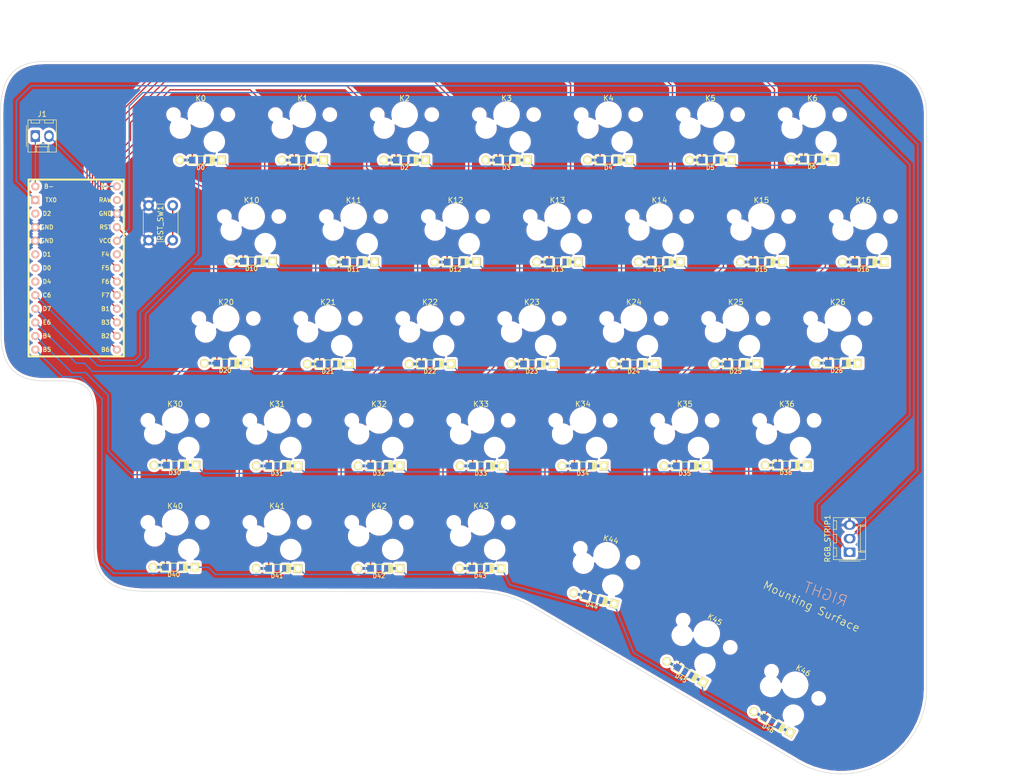
<source format=kicad_pcb>
(kicad_pcb (version 20171130) (host pcbnew "(5.1.6-0-10_14)")
  (title_block (title "Kudox Keyboard") (date 2020-01-30) (rev 3.0) (company "Kumao Kobo") (comment 1 "designed by x1 and inken") (comment 2 https://github.com/kumaokobo/kudox-keyboard/) (comment 4 "right hand side"))
  (layers (0 F.Cu signal) (31 B.Cu signal) (34 B.Paste user) (35 F.Paste user) (36 B.SilkS user) (37 F.SilkS user) (38 B.Mask user) (39 F.Mask user) (44 Edge.Cuts user))
  (net 0 "")
  (net 1 "Net-(D0-Pad2)")
  (net 2 row0)
  (net 3 "Net-(D1-Pad2)")
  (net 4 "Net-(D2-Pad2)")
  (net 5 "Net-(D3-Pad2)")
  (net 6 "Net-(D4-Pad2)")
  (net 7 "Net-(D5-Pad2)")
  (net 8 "Net-(D6-Pad2)")
  (net 9 "Net-(D10-Pad2)")
  (net 10 row1)
  (net 11 "Net-(D11-Pad2)")
  (net 12 "Net-(D12-Pad2)")
  (net 13 "Net-(D13-Pad2)")
  (net 14 "Net-(D14-Pad2)")
  (net 15 "Net-(D15-Pad2)")
  (net 16 "Net-(D16-Pad2)")
  (net 17 "Net-(D20-Pad2)")
  (net 18 row2)
  (net 19 "Net-(D21-Pad2)")
  (net 20 "Net-(D22-Pad2)")
  (net 21 "Net-(D23-Pad2)")
  (net 22 "Net-(D24-Pad2)")
  (net 23 "Net-(D25-Pad2)")
  (net 24 "Net-(D30-Pad2)")
  (net 25 row3)
  (net 26 "Net-(D31-Pad2)")
  (net 27 "Net-(D32-Pad2)")
  (net 28 "Net-(D33-Pad2)")
  (net 29 "Net-(D34-Pad2)")
  (net 30 "Net-(D35-Pad2)")
  (net 31 "Net-(D40-Pad2)")
  (net 32 row4)
  (net 33 "Net-(D41-Pad2)")
  (net 34 "Net-(D42-Pad2)")
  (net 35 "Net-(D43-Pad2)")
  (net 36 "Net-(D44-Pad2)")
  (net 37 "Net-(D45-Pad2)")
  (net 38 "Net-(D46-Pad2)")
  (net 39 col0)
  (net 40 col1)
  (net 41 col2)
  (net 42 col3)
  (net 43 col4)
  (net 44 col5)
  (net 45 col6)
  (net 46 rgb_data)
  (net 47 GND)
  (net 48 RST)
  (net 49 "Net-(D26-Pad2)")
  (net 50 "Net-(D36-Pad2)")
  (net 51 B-)
  (net 52 B+)
  (net 53 +3V3)
  (module kudox_footprints:ArduinoProMicro (layer F.Cu) (at 57.046 69.878 270)
    (fp_text reference U1 hide)
    (fp_text value ProMicro hide)
    (fp_text user TX0 (at -13.97 4.699) (layer F.SilkS) (effects (font (size 0.8 0.8))))
    (fp_text user D2 (at -11.43 5.461) (layer F.SilkS) (effects (font (size 0.8 0.8))))
    (fp_text user D0 (at -1.27 5.461) (layer F.SilkS) (effects (font (size 0.8 0.8))))
    (fp_text user D1 (at -3.81 5.461) (layer F.SilkS) (effects (font (size 0.8 0.8))))
    (fp_text user GND (at -6.35 5.461) (layer F.SilkS) (effects (font (size 0.8 0.8))))
    (fp_text user GND (at -8.89 5.461) (layer F.SilkS) (effects (font (size 0.8 0.8))))
    (fp_text user D4 (at 1.27 5.461) (layer F.SilkS) (effects (font (size 0.8 0.8))))
    (fp_text user C6 (at 3.81 5.461) (layer F.SilkS) (effects (font (size 0.8 0.8))))
    (fp_text user D7 (at 6.35 5.461) (layer F.SilkS) (effects (font (size 0.8 0.8))))
    (fp_text user E6 (at 8.89 5.461) (layer F.SilkS) (effects (font (size 0.8 0.8))))
    (fp_text user B4 (at 11.43 5.461) (layer F.SilkS) (effects (font (size 0.8 0.8))))
    (fp_text user B5 (at 13.97 5.461) (layer F.SilkS) (effects (font (size 0.8 0.8))))
    (fp_text user B6 (at 13.97 -5.461) (layer F.SilkS) (effects (font (size 0.8 0.8))))
    (fp_text user B3 (at 8.89 -5.461) (layer F.SilkS) (effects (font (size 0.8 0.8))))
    (fp_text user B1 (at 6.35 -5.461) (layer F.SilkS) (effects (font (size 0.8 0.8))))
    (fp_text user F4 (at -3.81 -5.461) (layer F.SilkS) (effects (font (size 0.8 0.8))))
    (fp_text user VCC (at -6.35 -5.461) (layer F.SilkS) (effects (font (size 0.8 0.8))))
    (fp_text user RST (at -8.89 -5.461) (layer F.SilkS) (effects (font (size 0.8 0.8))))
    (fp_text user GND (at -11.43 -5.461) (layer F.SilkS) (effects (font (size 0.8 0.8))))
    (fp_text user RAW (at -13.97 -5.461) (layer F.SilkS) (effects (font (size 0.8 0.8))))
    (fp_text user F5 (at -1.27 -5.461) (layer F.SilkS) (effects (font (size 0.8 0.8))))
    (fp_text user F6 (at 1.27 -5.461) (layer F.SilkS) (effects (font (size 0.8 0.8))))
    (fp_text user F7 (at 3.81 -5.461) (layer F.SilkS) (effects (font (size 0.8 0.8))))
    (fp_text user B2 (at 11.43 -5.461) (layer F.SilkS) (effects (font (size 0.8 0.8))))
    (fp_text user B+ (at -16.51 -5.461) (layer F.SilkS) (effects (font (size 0.8 0.8))))
    (fp_text user B- (at -16.51 5.08) (layer F.SilkS) (effects (font (size 0.8 0.8))))
    (pad 25 thru_hole circle (at -13.97 -7.62 270) (size 1.51 1.51) (drill 0.85) (layers *.Cu *.SilkS *.Mask))
    (pad 13 thru_hole circle (at 13.97 7.62 270) (size 1.51 1.51) (drill 0.85) (layers *.Cu *.SilkS *.Mask) (net 32 row4))
    (pad 24 thru_hole circle (at -11.43 -7.62 270) (size 1.51 1.51) (drill 0.85) (layers *.Cu *.SilkS *.Mask) (net 47 GND))
    (pad 23 thru_hole circle (at -8.89 -7.62 270) (size 1.51 1.51) (drill 0.85) (layers *.Cu *.SilkS *.Mask) (net 48 RST))
    (pad 22 thru_hole circle (at -6.35 -7.62 270) (size 1.51 1.51) (drill 0.85) (layers *.Cu *.SilkS *.Mask) (net 53 +3V3))
    (pad 21 thru_hole circle (at -3.81 -7.62 270) (size 1.51 1.51) (drill 0.85) (layers *.Cu *.SilkS *.Mask))
    (pad 20 thru_hole circle (at -1.27 -7.62 270) (size 1.51 1.51) (drill 0.85) (layers *.Cu *.SilkS *.Mask) (net 39 col0))
    (pad 19 thru_hole circle (at 1.27 -7.62 270) (size 1.51 1.51) (drill 0.85) (layers *.Cu *.SilkS *.Mask) (net 40 col1))
    (pad 18 thru_hole circle (at 3.81 -7.62 270) (size 1.51 1.51) (drill 0.85) (layers *.Cu *.SilkS *.Mask) (net 41 col2))
    (pad 17 thru_hole circle (at 6.35 -7.62 270) (size 1.51 1.51) (drill 0.85) (layers *.Cu *.SilkS *.Mask) (net 42 col3))
    (pad 16 thru_hole circle (at 8.89 -7.62 270) (size 1.51 1.51) (drill 0.85) (layers *.Cu *.SilkS *.Mask) (net 43 col4))
    (pad 15 thru_hole circle (at 11.43 -7.62 270) (size 1.51 1.51) (drill 0.85) (layers *.Cu *.SilkS *.Mask) (net 44 col5))
    (pad 14 thru_hole circle (at 13.97 -7.62 270) (size 1.51 1.51) (drill 0.85) (layers *.Cu *.SilkS *.Mask) (net 45 col6))
    (pad 12 thru_hole circle (at 11.43 7.62 270) (size 1.51 1.51) (drill 0.85) (layers *.Cu *.SilkS *.Mask) (net 25 row3))
    (pad 11 thru_hole circle (at 8.89 7.62 270) (size 1.51 1.51) (drill 0.85) (layers *.Cu *.SilkS *.Mask) (net 18 row2))
    (pad 10 thru_hole circle (at 6.35 7.62 270) (size 1.51 1.51) (drill 0.85) (layers *.Cu *.SilkS *.Mask) (net 10 row1))
    (pad 9 thru_hole circle (at 3.81 7.62 270) (size 1.51 1.51) (drill 0.85) (layers *.Cu *.SilkS *.Mask) (net 2 row0))
    (pad 8 thru_hole circle (at 1.27 7.62 270) (size 1.51 1.51) (drill 0.85) (layers *.Cu *.SilkS *.Mask))
    (pad 7 thru_hole circle (at -1.27 7.62 270) (size 1.51 1.51) (drill 0.85) (layers *.Cu *.SilkS *.Mask))
    (pad 6 thru_hole circle (at -3.81 7.62 270) (size 1.51 1.51) (drill 0.85) (layers *.Cu *.SilkS *.Mask))
    (pad 5 thru_hole circle (at -6.35 7.62 270) (size 1.51 1.51) (drill 0.85) (layers *.Cu *.SilkS *.Mask) (net 47 GND))
    (pad 4 thru_hole circle (at -8.89 7.62 270) (size 1.51 1.51) (drill 0.85) (layers *.Cu *.SilkS *.Mask) (net 47 GND))
    (pad 3 thru_hole circle (at -11.43 7.62 270) (size 1.51 1.51) (drill 0.85) (layers *.Cu *.SilkS *.Mask))
    (pad 2 thru_hole rect (at -13.97 7.62 270) (size 1.51 1.51) (drill 0.85) (layers *.Cu *.SilkS *.Mask) (net 46 rgb_data))
    (pad 26 thru_hole circle (at -16.51 -7.62 270) (size 1.51 1.51) (drill 0.85) (layers *.Cu *.SilkS *.Mask) (net 52 B+))
    (pad 1 thru_hole circle (at -16.51 7.62 270) (size 1.51 1.51) (drill 0.85) (layers *.Cu *.SilkS *.Mask) (net 51 B-))
  )
  (module Connector_Molex:Molex_KK-254_AE-6410-03A_1x03_P2.54mm_Vertical (layer F.Cu) (at 201.518 121.694 90)
    (fp_text reference RGB_STRIP1 (at 2.54 -4.12 90) (layer F.SilkS))
    (fp_text value Conn_01x03)
    (pad 3 thru_hole oval (at 5.08 0 90) (size 1.74 2.19) (drill 1.19) (layers *.Cu *.Mask) (net 47 GND))
    (pad 2 thru_hole oval (at 2.54 0 90) (size 1.74 2.19) (drill 1.19) (layers *.Cu *.Mask) (net 46 rgb_data))
    (pad 1 thru_hole roundrect (at 0 0 90) (size 1.74 2.19) (drill 1.19) (layers *.Cu *.Mask) (roundrect_rratio 0.143678) (net 53 +3V3))
  )
  (module MX_Only:MXOnly-1U-Hotswap (layer B.Cu) (at 191.33 146.459557 330)
    (fp_text reference K46)
    (fp_text value KEYSW)
    (fp_text user %R (at 0 -3.048 150) (layer F.SilkS))
    (pad 2 smd rect (at 5.842 5.08 330) (size 2.55 2.5) (layers F.Cu F.Paste F.Mask) (net 38 "Net-(D46-Pad2)"))
    (pad 1 smd rect (at -7.085 2.54 330) (size 2.55 2.5) (layers F.Cu F.Paste F.Mask) (net 45 col6))
    (pad "" np_thru_hole circle (at 5.08 0 281.9004) (size 1.75 1.75) (drill 1.75) (layers *.Cu *.Mask))
    (pad "" np_thru_hole circle (at -5.08 0 281.9004) (size 1.75 1.75) (drill 1.75) (layers *.Cu *.Mask))
    (pad "" np_thru_hole circle (at -3.81 2.54 330) (size 3 3) (drill 3) (layers *.Cu *.Mask))
    (pad "" np_thru_hole circle (at 0 0 330) (size 3.9878 3.9878) (drill 3.9878) (layers *.Cu *.Mask))
    (pad "" np_thru_hole circle (at 2.54 5.08 330) (size 3 3) (drill 3) (layers *.Cu *.Mask))
  )
  (module MX_Only:MXOnly-1U-Hotswap (layer B.Cu) (at 174.82 136.919557 330)
    (fp_text reference K45)
    (fp_text value KEYSW)
    (fp_text user %R (at 0 -3.048 150) (layer F.SilkS))
    (pad 2 smd rect (at 5.842 5.08 330) (size 2.55 2.5) (layers F.Cu F.Paste F.Mask) (net 37 "Net-(D45-Pad2)"))
    (pad 1 smd rect (at -7.085 2.54 330) (size 2.55 2.5) (layers F.Cu F.Paste F.Mask) (net 44 col5))
    (pad "" np_thru_hole circle (at 5.08 0 281.9004) (size 1.75 1.75) (drill 1.75) (layers *.Cu *.Mask))
    (pad "" np_thru_hole circle (at -5.08 0 281.9004) (size 1.75 1.75) (drill 1.75) (layers *.Cu *.Mask))
    (pad "" np_thru_hole circle (at -3.81 2.54 330) (size 3 3) (drill 3) (layers *.Cu *.Mask))
    (pad "" np_thru_hole circle (at 0 0 330) (size 3.9878 3.9878) (drill 3.9878) (layers *.Cu *.Mask))
    (pad "" np_thru_hole circle (at 2.54 5.08 330) (size 3 3) (drill 3) (layers *.Cu *.Mask))
  )
  (module MX_Only:MXOnly-1U-Hotswap (layer B.Cu) (at 156.13 122.28 345)
    (fp_text reference K44)
    (fp_text value KEYSW)
    (fp_text user %R (at 0 -3.048 165) (layer F.SilkS))
    (pad 2 smd rect (at 5.842 5.08 345) (size 2.55 2.5) (layers F.Cu F.Paste F.Mask) (net 36 "Net-(D44-Pad2)"))
    (pad 1 smd rect (at -7.085 2.54 345) (size 2.55 2.5) (layers F.Cu F.Paste F.Mask) (net 43 col4))
    (pad "" np_thru_hole circle (at 5.08 0 296.9004) (size 1.75 1.75) (drill 1.75) (layers *.Cu *.Mask))
    (pad "" np_thru_hole circle (at -5.08 0 296.9004) (size 1.75 1.75) (drill 1.75) (layers *.Cu *.Mask))
    (pad "" np_thru_hole circle (at -3.81 2.54 345) (size 3 3) (drill 3) (layers *.Cu *.Mask))
    (pad "" np_thru_hole circle (at 0 0 345) (size 3.9878 3.9878) (drill 3.9878) (layers *.Cu *.Mask))
    (pad "" np_thru_hole circle (at 2.54 5.08 345) (size 3 3) (drill 3) (layers *.Cu *.Mask))
  )
  (module MX_Only:MXOnly-1U-Hotswap (layer B.Cu) (at 132.67 116.12)
    (fp_text reference K43)
    (fp_text value KEYSW)
    (fp_text user %R (at 0 -3.048) (layer F.SilkS))
    (pad 2 smd rect (at 5.842 5.08) (size 2.55 2.5) (layers F.Cu F.Paste F.Mask) (net 35 "Net-(D43-Pad2)"))
    (pad 1 smd rect (at -7.085 2.54) (size 2.55 2.5) (layers F.Cu F.Paste F.Mask) (net 42 col3))
    (pad "" np_thru_hole circle (at 5.08 0 311.9004) (size 1.75 1.75) (drill 1.75) (layers *.Cu *.Mask))
    (pad "" np_thru_hole circle (at -5.08 0 311.9004) (size 1.75 1.75) (drill 1.75) (layers *.Cu *.Mask))
    (pad "" np_thru_hole circle (at -3.81 2.54) (size 3 3) (drill 3) (layers *.Cu *.Mask))
    (pad "" np_thru_hole circle (at 0 0) (size 3.9878 3.9878) (drill 3.9878) (layers *.Cu *.Mask))
    (pad "" np_thru_hole circle (at 2.54 5.08) (size 3 3) (drill 3) (layers *.Cu *.Mask))
  )
  (module MX_Only:MXOnly-1U-Hotswap (layer B.Cu) (at 113.62 116.12)
    (fp_text reference K42)
    (fp_text value KEYSW)
    (fp_text user %R (at 0 -3.048) (layer F.SilkS))
    (pad 2 smd rect (at 5.842 5.08) (size 2.55 2.5) (layers F.Cu F.Paste F.Mask) (net 34 "Net-(D42-Pad2)"))
    (pad 1 smd rect (at -7.085 2.54) (size 2.55 2.5) (layers F.Cu F.Paste F.Mask) (net 41 col2))
    (pad "" np_thru_hole circle (at 5.08 0 311.9004) (size 1.75 1.75) (drill 1.75) (layers *.Cu *.Mask))
    (pad "" np_thru_hole circle (at -5.08 0 311.9004) (size 1.75 1.75) (drill 1.75) (layers *.Cu *.Mask))
    (pad "" np_thru_hole circle (at -3.81 2.54) (size 3 3) (drill 3) (layers *.Cu *.Mask))
    (pad "" np_thru_hole circle (at 0 0) (size 3.9878 3.9878) (drill 3.9878) (layers *.Cu *.Mask))
    (pad "" np_thru_hole circle (at 2.54 5.08) (size 3 3) (drill 3) (layers *.Cu *.Mask))
  )
  (module MX_Only:MXOnly-1U-Hotswap (layer B.Cu) (at 94.58 116.12)
    (fp_text reference K41)
    (fp_text value KEYSW)
    (fp_text user %R (at 0 -3.048) (layer F.SilkS))
    (pad 2 smd rect (at 5.842 5.08) (size 2.55 2.5) (layers F.Cu F.Paste F.Mask) (net 33 "Net-(D41-Pad2)"))
    (pad 1 smd rect (at -7.085 2.54) (size 2.55 2.5) (layers F.Cu F.Paste F.Mask) (net 40 col1))
    (pad "" np_thru_hole circle (at 5.08 0 311.9004) (size 1.75 1.75) (drill 1.75) (layers *.Cu *.Mask))
    (pad "" np_thru_hole circle (at -5.08 0 311.9004) (size 1.75 1.75) (drill 1.75) (layers *.Cu *.Mask))
    (pad "" np_thru_hole circle (at -3.81 2.54) (size 3 3) (drill 3) (layers *.Cu *.Mask))
    (pad "" np_thru_hole circle (at 0 0) (size 3.9878 3.9878) (drill 3.9878) (layers *.Cu *.Mask))
    (pad "" np_thru_hole circle (at 2.54 5.08) (size 3 3) (drill 3) (layers *.Cu *.Mask))
  )
  (module MX_Only:MXOnly-1U-Hotswap (layer B.Cu) (at 75.53 116.12)
    (fp_text reference K40)
    (fp_text value KEYSW)
    (fp_text user %R (at 0 -3.048) (layer F.SilkS))
    (pad 2 smd rect (at 5.842 5.08) (size 2.55 2.5) (layers F.Cu F.Paste F.Mask) (net 31 "Net-(D40-Pad2)"))
    (pad 1 smd rect (at -7.085 2.54) (size 2.55 2.5) (layers F.Cu F.Paste F.Mask) (net 39 col0))
    (pad "" np_thru_hole circle (at 5.08 0 311.9004) (size 1.75 1.75) (drill 1.75) (layers *.Cu *.Mask))
    (pad "" np_thru_hole circle (at -5.08 0 311.9004) (size 1.75 1.75) (drill 1.75) (layers *.Cu *.Mask))
    (pad "" np_thru_hole circle (at -3.81 2.54) (size 3 3) (drill 3) (layers *.Cu *.Mask))
    (pad "" np_thru_hole circle (at 0 0) (size 3.9878 3.9878) (drill 3.9878) (layers *.Cu *.Mask))
    (pad "" np_thru_hole circle (at 2.54 5.08) (size 3 3) (drill 3) (layers *.Cu *.Mask))
  )
  (module MX_Only:MXOnly-1U-Hotswap (layer B.Cu) (at 170.74 97.07)
    (fp_text reference K35)
    (fp_text value KEYSW)
    (fp_text user %R (at 0 -3.048) (layer F.SilkS))
    (pad 2 smd rect (at 5.842 5.08) (size 2.55 2.5) (layers F.Cu F.Paste F.Mask) (net 30 "Net-(D35-Pad2)"))
    (pad 1 smd rect (at -7.085 2.54) (size 2.55 2.5) (layers F.Cu F.Paste F.Mask) (net 44 col5))
    (pad "" np_thru_hole circle (at 5.08 0 311.9004) (size 1.75 1.75) (drill 1.75) (layers *.Cu *.Mask))
    (pad "" np_thru_hole circle (at -5.08 0 311.9004) (size 1.75 1.75) (drill 1.75) (layers *.Cu *.Mask))
    (pad "" np_thru_hole circle (at -3.81 2.54) (size 3 3) (drill 3) (layers *.Cu *.Mask))
    (pad "" np_thru_hole circle (at 0 0) (size 3.9878 3.9878) (drill 3.9878) (layers *.Cu *.Mask))
    (pad "" np_thru_hole circle (at 2.54 5.08) (size 3 3) (drill 3) (layers *.Cu *.Mask))
  )
  (module MX_Only:MXOnly-1U-Hotswap (layer B.Cu) (at 151.7 97.07)
    (fp_text reference K34)
    (fp_text value KEYSW)
    (fp_text user %R (at 0 -3.048) (layer F.SilkS))
    (pad 2 smd rect (at 5.842 5.08) (size 2.55 2.5) (layers F.Cu F.Paste F.Mask) (net 29 "Net-(D34-Pad2)"))
    (pad 1 smd rect (at -7.085 2.54) (size 2.55 2.5) (layers F.Cu F.Paste F.Mask) (net 43 col4))
    (pad "" np_thru_hole circle (at 5.08 0 311.9004) (size 1.75 1.75) (drill 1.75) (layers *.Cu *.Mask))
    (pad "" np_thru_hole circle (at -5.08 0 311.9004) (size 1.75 1.75) (drill 1.75) (layers *.Cu *.Mask))
    (pad "" np_thru_hole circle (at -3.81 2.54) (size 3 3) (drill 3) (layers *.Cu *.Mask))
    (pad "" np_thru_hole circle (at 0 0) (size 3.9878 3.9878) (drill 3.9878) (layers *.Cu *.Mask))
    (pad "" np_thru_hole circle (at 2.54 5.08) (size 3 3) (drill 3) (layers *.Cu *.Mask))
  )
  (module MX_Only:MXOnly-1U-Hotswap (layer B.Cu) (at 132.66 97.07)
    (fp_text reference K33)
    (fp_text value KEYSW)
    (fp_text user %R (at 0 -3.048) (layer F.SilkS))
    (pad 2 smd rect (at 5.842 5.08) (size 2.55 2.5) (layers F.Cu F.Paste F.Mask) (net 28 "Net-(D33-Pad2)"))
    (pad 1 smd rect (at -7.085 2.54) (size 2.55 2.5) (layers F.Cu F.Paste F.Mask) (net 42 col3))
    (pad "" np_thru_hole circle (at 5.08 0 311.9004) (size 1.75 1.75) (drill 1.75) (layers *.Cu *.Mask))
    (pad "" np_thru_hole circle (at -5.08 0 311.9004) (size 1.75 1.75) (drill 1.75) (layers *.Cu *.Mask))
    (pad "" np_thru_hole circle (at -3.81 2.54) (size 3 3) (drill 3) (layers *.Cu *.Mask))
    (pad "" np_thru_hole circle (at 0 0) (size 3.9878 3.9878) (drill 3.9878) (layers *.Cu *.Mask))
    (pad "" np_thru_hole circle (at 2.54 5.08) (size 3 3) (drill 3) (layers *.Cu *.Mask))
  )
  (module MX_Only:MXOnly-1U-Hotswap (layer B.Cu) (at 113.62 97.07)
    (fp_text reference K32)
    (fp_text value KEYSW)
    (fp_text user %R (at 0 -3.048) (layer F.SilkS))
    (pad 2 smd rect (at 5.842 5.08) (size 2.55 2.5) (layers F.Cu F.Paste F.Mask) (net 27 "Net-(D32-Pad2)"))
    (pad 1 smd rect (at -7.085 2.54) (size 2.55 2.5) (layers F.Cu F.Paste F.Mask) (net 41 col2))
    (pad "" np_thru_hole circle (at 5.08 0 311.9004) (size 1.75 1.75) (drill 1.75) (layers *.Cu *.Mask))
    (pad "" np_thru_hole circle (at -5.08 0 311.9004) (size 1.75 1.75) (drill 1.75) (layers *.Cu *.Mask))
    (pad "" np_thru_hole circle (at -3.81 2.54) (size 3 3) (drill 3) (layers *.Cu *.Mask))
    (pad "" np_thru_hole circle (at 0 0) (size 3.9878 3.9878) (drill 3.9878) (layers *.Cu *.Mask))
    (pad "" np_thru_hole circle (at 2.54 5.08) (size 3 3) (drill 3) (layers *.Cu *.Mask))
  )
  (module MX_Only:MXOnly-1U-Hotswap (layer B.Cu) (at 94.58 97.07)
    (fp_text reference K31)
    (fp_text value KEYSW)
    (fp_text user %R (at 0 -3.048) (layer F.SilkS))
    (pad 2 smd rect (at 5.842 5.08) (size 2.55 2.5) (layers F.Cu F.Paste F.Mask) (net 26 "Net-(D31-Pad2)"))
    (pad 1 smd rect (at -7.085 2.54) (size 2.55 2.5) (layers F.Cu F.Paste F.Mask) (net 40 col1))
    (pad "" np_thru_hole circle (at 5.08 0 311.9004) (size 1.75 1.75) (drill 1.75) (layers *.Cu *.Mask))
    (pad "" np_thru_hole circle (at -5.08 0 311.9004) (size 1.75 1.75) (drill 1.75) (layers *.Cu *.Mask))
    (pad "" np_thru_hole circle (at -3.81 2.54) (size 3 3) (drill 3) (layers *.Cu *.Mask))
    (pad "" np_thru_hole circle (at 0 0) (size 3.9878 3.9878) (drill 3.9878) (layers *.Cu *.Mask))
    (pad "" np_thru_hole circle (at 2.54 5.08) (size 3 3) (drill 3) (layers *.Cu *.Mask))
  )
  (module MX_Only:MXOnly-1U-Hotswap (layer B.Cu) (at 75.53 97.07)
    (fp_text reference K30)
    (fp_text value KEYSW)
    (fp_text user %R (at 0 -3.048) (layer F.SilkS))
    (pad 2 smd rect (at 5.842 5.08) (size 2.55 2.5) (layers F.Cu F.Paste F.Mask) (net 24 "Net-(D30-Pad2)"))
    (pad 1 smd rect (at -7.085 2.54) (size 2.55 2.5) (layers F.Cu F.Paste F.Mask) (net 39 col0))
    (pad "" np_thru_hole circle (at 5.08 0 311.9004) (size 1.75 1.75) (drill 1.75) (layers *.Cu *.Mask))
    (pad "" np_thru_hole circle (at -5.08 0 311.9004) (size 1.75 1.75) (drill 1.75) (layers *.Cu *.Mask))
    (pad "" np_thru_hole circle (at -3.81 2.54) (size 3 3) (drill 3) (layers *.Cu *.Mask))
    (pad "" np_thru_hole circle (at 0 0) (size 3.9878 3.9878) (drill 3.9878) (layers *.Cu *.Mask))
    (pad "" np_thru_hole circle (at 2.54 5.08) (size 3 3) (drill 3) (layers *.Cu *.Mask))
  )
  (module MX_Only:MXOnly-1U-Hotswap (layer B.Cu) (at 180.26 78.03)
    (fp_text reference K25)
    (fp_text value KEYSW)
    (fp_text user %R (at 0 -3.048) (layer F.SilkS))
    (pad 2 smd rect (at 5.842 5.08) (size 2.55 2.5) (layers F.Cu F.Paste F.Mask) (net 23 "Net-(D25-Pad2)"))
    (pad 1 smd rect (at -7.085 2.54) (size 2.55 2.5) (layers F.Cu F.Paste F.Mask) (net 44 col5))
    (pad "" np_thru_hole circle (at 5.08 0 311.9004) (size 1.75 1.75) (drill 1.75) (layers *.Cu *.Mask))
    (pad "" np_thru_hole circle (at -5.08 0 311.9004) (size 1.75 1.75) (drill 1.75) (layers *.Cu *.Mask))
    (pad "" np_thru_hole circle (at -3.81 2.54) (size 3 3) (drill 3) (layers *.Cu *.Mask))
    (pad "" np_thru_hole circle (at 0 0) (size 3.9878 3.9878) (drill 3.9878) (layers *.Cu *.Mask))
    (pad "" np_thru_hole circle (at 2.54 5.08) (size 3 3) (drill 3) (layers *.Cu *.Mask))
  )
  (module MX_Only:MXOnly-1U-Hotswap (layer B.Cu) (at 161.22 78.03)
    (fp_text reference K24)
    (fp_text value KEYSW)
    (fp_text user %R (at 0 -3.048) (layer F.SilkS))
    (pad 2 smd rect (at 5.842 5.08) (size 2.55 2.5) (layers F.Cu F.Paste F.Mask) (net 22 "Net-(D24-Pad2)"))
    (pad 1 smd rect (at -7.085 2.54) (size 2.55 2.5) (layers F.Cu F.Paste F.Mask) (net 43 col4))
    (pad "" np_thru_hole circle (at 5.08 0 311.9004) (size 1.75 1.75) (drill 1.75) (layers *.Cu *.Mask))
    (pad "" np_thru_hole circle (at -5.08 0 311.9004) (size 1.75 1.75) (drill 1.75) (layers *.Cu *.Mask))
    (pad "" np_thru_hole circle (at -3.81 2.54) (size 3 3) (drill 3) (layers *.Cu *.Mask))
    (pad "" np_thru_hole circle (at 0 0) (size 3.9878 3.9878) (drill 3.9878) (layers *.Cu *.Mask))
    (pad "" np_thru_hole circle (at 2.54 5.08) (size 3 3) (drill 3) (layers *.Cu *.Mask))
  )
  (module MX_Only:MXOnly-1U-Hotswap (layer B.Cu) (at 142.18 78.03)
    (fp_text reference K23)
    (fp_text value KEYSW)
    (fp_text user %R (at 0 -3.048) (layer F.SilkS))
    (pad 2 smd rect (at 5.842 5.08) (size 2.55 2.5) (layers F.Cu F.Paste F.Mask) (net 21 "Net-(D23-Pad2)"))
    (pad 1 smd rect (at -7.085 2.54) (size 2.55 2.5) (layers F.Cu F.Paste F.Mask) (net 42 col3))
    (pad "" np_thru_hole circle (at 5.08 0 311.9004) (size 1.75 1.75) (drill 1.75) (layers *.Cu *.Mask))
    (pad "" np_thru_hole circle (at -5.08 0 311.9004) (size 1.75 1.75) (drill 1.75) (layers *.Cu *.Mask))
    (pad "" np_thru_hole circle (at -3.81 2.54) (size 3 3) (drill 3) (layers *.Cu *.Mask))
    (pad "" np_thru_hole circle (at 0 0) (size 3.9878 3.9878) (drill 3.9878) (layers *.Cu *.Mask))
    (pad "" np_thru_hole circle (at 2.54 5.08) (size 3 3) (drill 3) (layers *.Cu *.Mask))
  )
  (module MX_Only:MXOnly-1U-Hotswap (layer B.Cu) (at 123.14 78.03)
    (fp_text reference K22)
    (fp_text value KEYSW)
    (fp_text user %R (at 0 -3.048) (layer F.SilkS))
    (pad 2 smd rect (at 5.842 5.08) (size 2.55 2.5) (layers F.Cu F.Paste F.Mask) (net 20 "Net-(D22-Pad2)"))
    (pad 1 smd rect (at -7.085 2.54) (size 2.55 2.5) (layers F.Cu F.Paste F.Mask) (net 41 col2))
    (pad "" np_thru_hole circle (at 5.08 0 311.9004) (size 1.75 1.75) (drill 1.75) (layers *.Cu *.Mask))
    (pad "" np_thru_hole circle (at -5.08 0 311.9004) (size 1.75 1.75) (drill 1.75) (layers *.Cu *.Mask))
    (pad "" np_thru_hole circle (at -3.81 2.54) (size 3 3) (drill 3) (layers *.Cu *.Mask))
    (pad "" np_thru_hole circle (at 0 0) (size 3.9878 3.9878) (drill 3.9878) (layers *.Cu *.Mask))
    (pad "" np_thru_hole circle (at 2.54 5.08) (size 3 3) (drill 3) (layers *.Cu *.Mask))
  )
  (module MX_Only:MXOnly-1U-Hotswap (layer B.Cu) (at 104.1 78.03)
    (fp_text reference K21)
    (fp_text value KEYSW)
    (fp_text user %R (at 0 -3.048) (layer F.SilkS))
    (pad 2 smd rect (at 5.842 5.08) (size 2.55 2.5) (layers F.Cu F.Paste F.Mask) (net 19 "Net-(D21-Pad2)"))
    (pad 1 smd rect (at -7.085 2.54) (size 2.55 2.5) (layers F.Cu F.Paste F.Mask) (net 40 col1))
    (pad "" np_thru_hole circle (at 5.08 0 311.9004) (size 1.75 1.75) (drill 1.75) (layers *.Cu *.Mask))
    (pad "" np_thru_hole circle (at -5.08 0 311.9004) (size 1.75 1.75) (drill 1.75) (layers *.Cu *.Mask))
    (pad "" np_thru_hole circle (at -3.81 2.54) (size 3 3) (drill 3) (layers *.Cu *.Mask))
    (pad "" np_thru_hole circle (at 0 0) (size 3.9878 3.9878) (drill 3.9878) (layers *.Cu *.Mask))
    (pad "" np_thru_hole circle (at 2.54 5.08) (size 3 3) (drill 3) (layers *.Cu *.Mask))
  )
  (module MX_Only:MXOnly-1U-Hotswap (layer B.Cu) (at 85.05 78.03)
    (fp_text reference K20)
    (fp_text value KEYSW)
    (fp_text user %R (at 0 -3.048) (layer F.SilkS))
    (pad 2 smd rect (at 5.842 5.08) (size 2.55 2.5) (layers F.Cu F.Paste F.Mask) (net 17 "Net-(D20-Pad2)"))
    (pad 1 smd rect (at -7.085 2.54) (size 2.55 2.5) (layers F.Cu F.Paste F.Mask) (net 39 col0))
    (pad "" np_thru_hole circle (at 5.08 0 311.9004) (size 1.75 1.75) (drill 1.75) (layers *.Cu *.Mask))
    (pad "" np_thru_hole circle (at -5.08 0 311.9004) (size 1.75 1.75) (drill 1.75) (layers *.Cu *.Mask))
    (pad "" np_thru_hole circle (at -3.81 2.54) (size 3 3) (drill 3) (layers *.Cu *.Mask))
    (pad "" np_thru_hole circle (at 0 0) (size 3.9878 3.9878) (drill 3.9878) (layers *.Cu *.Mask))
    (pad "" np_thru_hole circle (at 2.54 5.08) (size 3 3) (drill 3) (layers *.Cu *.Mask))
  )
  (module MX_Only:MXOnly-1U-Hotswap (layer B.Cu) (at 204.07 58.99)
    (fp_text reference K16)
    (fp_text value KEYSW)
    (fp_text user %R (at 0 -3.048) (layer F.SilkS))
    (pad 2 smd rect (at 5.842 5.08) (size 2.55 2.5) (layers F.Cu F.Paste F.Mask) (net 16 "Net-(D16-Pad2)"))
    (pad 1 smd rect (at -7.085 2.54) (size 2.55 2.5) (layers F.Cu F.Paste F.Mask) (net 45 col6))
    (pad "" np_thru_hole circle (at 5.08 0 311.9004) (size 1.75 1.75) (drill 1.75) (layers *.Cu *.Mask))
    (pad "" np_thru_hole circle (at -5.08 0 311.9004) (size 1.75 1.75) (drill 1.75) (layers *.Cu *.Mask))
    (pad "" np_thru_hole circle (at -3.81 2.54) (size 3 3) (drill 3) (layers *.Cu *.Mask))
    (pad "" np_thru_hole circle (at 0 0) (size 3.9878 3.9878) (drill 3.9878) (layers *.Cu *.Mask))
    (pad "" np_thru_hole circle (at 2.54 5.08) (size 3 3) (drill 3) (layers *.Cu *.Mask))
  )
  (module MX_Only:MXOnly-1U-Hotswap (layer B.Cu) (at 185.03 58.99)
    (fp_text reference K15)
    (fp_text value KEYSW)
    (fp_text user %R (at 0 -3.048) (layer F.SilkS))
    (pad 2 smd rect (at 5.842 5.08) (size 2.55 2.5) (layers F.Cu F.Paste F.Mask) (net 15 "Net-(D15-Pad2)"))
    (pad 1 smd rect (at -7.085 2.54) (size 2.55 2.5) (layers F.Cu F.Paste F.Mask) (net 44 col5))
    (pad "" np_thru_hole circle (at 5.08 0 311.9004) (size 1.75 1.75) (drill 1.75) (layers *.Cu *.Mask))
    (pad "" np_thru_hole circle (at -5.08 0 311.9004) (size 1.75 1.75) (drill 1.75) (layers *.Cu *.Mask))
    (pad "" np_thru_hole circle (at -3.81 2.54) (size 3 3) (drill 3) (layers *.Cu *.Mask))
    (pad "" np_thru_hole circle (at 0 0) (size 3.9878 3.9878) (drill 3.9878) (layers *.Cu *.Mask))
    (pad "" np_thru_hole circle (at 2.54 5.08) (size 3 3) (drill 3) (layers *.Cu *.Mask))
  )
  (module MX_Only:MXOnly-1U-Hotswap (layer B.Cu) (at 165.99 58.99)
    (fp_text reference K14)
    (fp_text value KEYSW)
    (fp_text user %R (at 0 -3.048) (layer F.SilkS))
    (pad 2 smd rect (at 5.842 5.08) (size 2.55 2.5) (layers F.Cu F.Paste F.Mask) (net 14 "Net-(D14-Pad2)"))
    (pad 1 smd rect (at -7.085 2.54) (size 2.55 2.5) (layers F.Cu F.Paste F.Mask) (net 43 col4))
    (pad "" np_thru_hole circle (at 5.08 0 311.9004) (size 1.75 1.75) (drill 1.75) (layers *.Cu *.Mask))
    (pad "" np_thru_hole circle (at -5.08 0 311.9004) (size 1.75 1.75) (drill 1.75) (layers *.Cu *.Mask))
    (pad "" np_thru_hole circle (at -3.81 2.54) (size 3 3) (drill 3) (layers *.Cu *.Mask))
    (pad "" np_thru_hole circle (at 0 0) (size 3.9878 3.9878) (drill 3.9878) (layers *.Cu *.Mask))
    (pad "" np_thru_hole circle (at 2.54 5.08) (size 3 3) (drill 3) (layers *.Cu *.Mask))
  )
  (module MX_Only:MXOnly-1U-Hotswap (layer B.Cu) (at 146.95 58.99)
    (fp_text reference K13)
    (fp_text value KEYSW)
    (fp_text user %R (at 0 -3.048) (layer F.SilkS))
    (pad 2 smd rect (at 5.842 5.08) (size 2.55 2.5) (layers F.Cu F.Paste F.Mask) (net 13 "Net-(D13-Pad2)"))
    (pad 1 smd rect (at -7.085 2.54) (size 2.55 2.5) (layers F.Cu F.Paste F.Mask) (net 42 col3))
    (pad "" np_thru_hole circle (at 5.08 0 311.9004) (size 1.75 1.75) (drill 1.75) (layers *.Cu *.Mask))
    (pad "" np_thru_hole circle (at -5.08 0 311.9004) (size 1.75 1.75) (drill 1.75) (layers *.Cu *.Mask))
    (pad "" np_thru_hole circle (at -3.81 2.54) (size 3 3) (drill 3) (layers *.Cu *.Mask))
    (pad "" np_thru_hole circle (at 0 0) (size 3.9878 3.9878) (drill 3.9878) (layers *.Cu *.Mask))
    (pad "" np_thru_hole circle (at 2.54 5.08) (size 3 3) (drill 3) (layers *.Cu *.Mask))
  )
  (module MX_Only:MXOnly-1U-Hotswap (layer B.Cu) (at 127.91 58.99)
    (fp_text reference K12)
    (fp_text value KEYSW)
    (fp_text user %R (at 0 -3.048) (layer F.SilkS))
    (pad 2 smd rect (at 5.842 5.08) (size 2.55 2.5) (layers F.Cu F.Paste F.Mask) (net 12 "Net-(D12-Pad2)"))
    (pad 1 smd rect (at -7.085 2.54) (size 2.55 2.5) (layers F.Cu F.Paste F.Mask) (net 41 col2))
    (pad "" np_thru_hole circle (at 5.08 0 311.9004) (size 1.75 1.75) (drill 1.75) (layers *.Cu *.Mask))
    (pad "" np_thru_hole circle (at -5.08 0 311.9004) (size 1.75 1.75) (drill 1.75) (layers *.Cu *.Mask))
    (pad "" np_thru_hole circle (at -3.81 2.54) (size 3 3) (drill 3) (layers *.Cu *.Mask))
    (pad "" np_thru_hole circle (at 0 0) (size 3.9878 3.9878) (drill 3.9878) (layers *.Cu *.Mask))
    (pad "" np_thru_hole circle (at 2.54 5.08) (size 3 3) (drill 3) (layers *.Cu *.Mask))
  )
  (module MX_Only:MXOnly-1U-Hotswap (layer B.Cu) (at 108.87 58.99)
    (fp_text reference K11)
    (fp_text value KEYSW)
    (fp_text user %R (at 0 -3.048) (layer F.SilkS))
    (pad 2 smd rect (at 5.842 5.08) (size 2.55 2.5) (layers F.Cu F.Paste F.Mask) (net 11 "Net-(D11-Pad2)"))
    (pad 1 smd rect (at -7.085 2.54) (size 2.55 2.5) (layers F.Cu F.Paste F.Mask) (net 40 col1))
    (pad "" np_thru_hole circle (at 5.08 0 311.9004) (size 1.75 1.75) (drill 1.75) (layers *.Cu *.Mask))
    (pad "" np_thru_hole circle (at -5.08 0 311.9004) (size 1.75 1.75) (drill 1.75) (layers *.Cu *.Mask))
    (pad "" np_thru_hole circle (at -3.81 2.54) (size 3 3) (drill 3) (layers *.Cu *.Mask))
    (pad "" np_thru_hole circle (at 0 0) (size 3.9878 3.9878) (drill 3.9878) (layers *.Cu *.Mask))
    (pad "" np_thru_hole circle (at 2.54 5.08) (size 3 3) (drill 3) (layers *.Cu *.Mask))
  )
  (module MX_Only:MXOnly-1U-Hotswap (layer B.Cu) (at 89.82 58.99)
    (fp_text reference K10)
    (fp_text value KEYSW)
    (fp_text user %R (at 0 -3.048) (layer F.SilkS))
    (pad 2 smd rect (at 5.842 5.08) (size 2.55 2.5) (layers F.Cu F.Paste F.Mask) (net 9 "Net-(D10-Pad2)"))
    (pad 1 smd rect (at -7.085 2.54) (size 2.55 2.5) (layers F.Cu F.Paste F.Mask) (net 39 col0))
    (pad "" np_thru_hole circle (at 5.08 0 311.9004) (size 1.75 1.75) (drill 1.75) (layers *.Cu *.Mask))
    (pad "" np_thru_hole circle (at -5.08 0 311.9004) (size 1.75 1.75) (drill 1.75) (layers *.Cu *.Mask))
    (pad "" np_thru_hole circle (at -3.81 2.54) (size 3 3) (drill 3) (layers *.Cu *.Mask))
    (pad "" np_thru_hole circle (at 0 0) (size 3.9878 3.9878) (drill 3.9878) (layers *.Cu *.Mask))
    (pad "" np_thru_hole circle (at 2.54 5.08) (size 3 3) (drill 3) (layers *.Cu *.Mask))
  )
  (module MX_Only:MXOnly-1U-Hotswap (layer B.Cu) (at 189.79 97.07)
    (fp_text reference K36)
    (fp_text value KEYSW)
    (fp_text user %R (at 0 -3.048) (layer F.SilkS))
    (pad 2 smd rect (at 5.842 5.08) (size 2.55 2.5) (layers F.Cu F.Paste F.Mask) (net 50 "Net-(D36-Pad2)"))
    (pad 1 smd rect (at -7.085 2.54) (size 2.55 2.5) (layers F.Cu F.Paste F.Mask) (net 45 col6))
    (pad "" np_thru_hole circle (at 5.08 0 311.9004) (size 1.75 1.75) (drill 1.75) (layers *.Cu *.Mask))
    (pad "" np_thru_hole circle (at -5.08 0 311.9004) (size 1.75 1.75) (drill 1.75) (layers *.Cu *.Mask))
    (pad "" np_thru_hole circle (at -3.81 2.54) (size 3 3) (drill 3) (layers *.Cu *.Mask))
    (pad "" np_thru_hole circle (at 0 0) (size 3.9878 3.9878) (drill 3.9878) (layers *.Cu *.Mask))
    (pad "" np_thru_hole circle (at 2.54 5.08) (size 3 3) (drill 3) (layers *.Cu *.Mask))
  )
  (module MX_Only:MXOnly-1U-Hotswap (layer B.Cu) (at 199.31 78.03)
    (fp_text reference K26)
    (fp_text value KEYSW)
    (fp_text user %R (at 0 -3.048) (layer F.SilkS))
    (pad 2 smd rect (at 5.842 5.08) (size 2.55 2.5) (layers F.Cu F.Paste F.Mask) (net 49 "Net-(D26-Pad2)"))
    (pad 1 smd rect (at -7.085 2.54) (size 2.55 2.5) (layers F.Cu F.Paste F.Mask) (net 45 col6))
    (pad "" np_thru_hole circle (at 5.08 0 311.9004) (size 1.75 1.75) (drill 1.75) (layers *.Cu *.Mask))
    (pad "" np_thru_hole circle (at -5.08 0 311.9004) (size 1.75 1.75) (drill 1.75) (layers *.Cu *.Mask))
    (pad "" np_thru_hole circle (at -3.81 2.54) (size 3 3) (drill 3) (layers *.Cu *.Mask))
    (pad "" np_thru_hole circle (at 0 0) (size 3.9878 3.9878) (drill 3.9878) (layers *.Cu *.Mask))
    (pad "" np_thru_hole circle (at 2.54 5.08) (size 3 3) (drill 3) (layers *.Cu *.Mask))
  )
  (module MX_Only:MXOnly-1U-Hotswap (layer B.Cu) (at 194.56 39.95)
    (fp_text reference K6)
    (fp_text value KEYSW)
    (fp_text user %R (at 0 -3.048) (layer F.SilkS))
    (pad 2 smd rect (at 5.842 5.08) (size 2.55 2.5) (layers F.Cu F.Paste F.Mask) (net 8 "Net-(D6-Pad2)"))
    (pad 1 smd rect (at -7.085 2.54) (size 2.55 2.5) (layers F.Cu F.Paste F.Mask) (net 45 col6))
    (pad "" np_thru_hole circle (at 5.08 0 311.9004) (size 1.75 1.75) (drill 1.75) (layers *.Cu *.Mask))
    (pad "" np_thru_hole circle (at -5.08 0 311.9004) (size 1.75 1.75) (drill 1.75) (layers *.Cu *.Mask))
    (pad "" np_thru_hole circle (at -3.81 2.54) (size 3 3) (drill 3) (layers *.Cu *.Mask))
    (pad "" np_thru_hole circle (at 0 0) (size 3.9878 3.9878) (drill 3.9878) (layers *.Cu *.Mask))
    (pad "" np_thru_hole circle (at 2.54 5.08) (size 3 3) (drill 3) (layers *.Cu *.Mask))
  )
  (module MX_Only:MXOnly-1U-Hotswap (layer B.Cu) (at 175.51 39.95)
    (fp_text reference K5)
    (fp_text value KEYSW)
    (fp_text user %R (at 0 -3.048) (layer F.SilkS))
    (pad 2 smd rect (at 5.842 5.08) (size 2.55 2.5) (layers F.Cu F.Paste F.Mask) (net 7 "Net-(D5-Pad2)"))
    (pad 1 smd rect (at -7.085 2.54) (size 2.55 2.5) (layers F.Cu F.Paste F.Mask) (net 44 col5))
    (pad "" np_thru_hole circle (at 5.08 0 311.9004) (size 1.75 1.75) (drill 1.75) (layers *.Cu *.Mask))
    (pad "" np_thru_hole circle (at -5.08 0 311.9004) (size 1.75 1.75) (drill 1.75) (layers *.Cu *.Mask))
    (pad "" np_thru_hole circle (at -3.81 2.54) (size 3 3) (drill 3) (layers *.Cu *.Mask))
    (pad "" np_thru_hole circle (at 0 0) (size 3.9878 3.9878) (drill 3.9878) (layers *.Cu *.Mask))
    (pad "" np_thru_hole circle (at 2.54 5.08) (size 3 3) (drill 3) (layers *.Cu *.Mask))
  )
  (module MX_Only:MXOnly-1U-Hotswap (layer B.Cu) (at 156.47 39.95)
    (fp_text reference K4)
    (fp_text value KEYSW)
    (fp_text user %R (at 0 -3.048) (layer F.SilkS))
    (pad 2 smd rect (at 5.842 5.08) (size 2.55 2.5) (layers F.Cu F.Paste F.Mask) (net 6 "Net-(D4-Pad2)"))
    (pad 1 smd rect (at -7.085 2.54) (size 2.55 2.5) (layers F.Cu F.Paste F.Mask) (net 43 col4))
    (pad "" np_thru_hole circle (at 5.08 0 311.9004) (size 1.75 1.75) (drill 1.75) (layers *.Cu *.Mask))
    (pad "" np_thru_hole circle (at -5.08 0 311.9004) (size 1.75 1.75) (drill 1.75) (layers *.Cu *.Mask))
    (pad "" np_thru_hole circle (at -3.81 2.54) (size 3 3) (drill 3) (layers *.Cu *.Mask))
    (pad "" np_thru_hole circle (at 0 0) (size 3.9878 3.9878) (drill 3.9878) (layers *.Cu *.Mask))
    (pad "" np_thru_hole circle (at 2.54 5.08) (size 3 3) (drill 3) (layers *.Cu *.Mask))
  )
  (module MX_Only:MXOnly-1U-Hotswap (layer B.Cu) (at 137.43 39.95)
    (fp_text reference K3)
    (fp_text value KEYSW)
    (fp_text user %R (at 0 -3.048) (layer F.SilkS))
    (pad 2 smd rect (at 5.842 5.08) (size 2.55 2.5) (layers F.Cu F.Paste F.Mask) (net 5 "Net-(D3-Pad2)"))
    (pad 1 smd rect (at -7.085 2.54) (size 2.55 2.5) (layers F.Cu F.Paste F.Mask) (net 42 col3))
    (pad "" np_thru_hole circle (at 5.08 0 311.9004) (size 1.75 1.75) (drill 1.75) (layers *.Cu *.Mask))
    (pad "" np_thru_hole circle (at -5.08 0 311.9004) (size 1.75 1.75) (drill 1.75) (layers *.Cu *.Mask))
    (pad "" np_thru_hole circle (at -3.81 2.54) (size 3 3) (drill 3) (layers *.Cu *.Mask))
    (pad "" np_thru_hole circle (at 0 0) (size 3.9878 3.9878) (drill 3.9878) (layers *.Cu *.Mask))
    (pad "" np_thru_hole circle (at 2.54 5.08) (size 3 3) (drill 3) (layers *.Cu *.Mask))
  )
  (module MX_Only:MXOnly-1U-Hotswap (layer B.Cu) (at 118.39 39.95)
    (fp_text reference K2)
    (fp_text value KEYSW)
    (fp_text user %R (at 0 -3.048) (layer F.SilkS))
    (pad 2 smd rect (at 5.842 5.08) (size 2.55 2.5) (layers F.Cu F.Paste F.Mask) (net 4 "Net-(D2-Pad2)"))
    (pad 1 smd rect (at -7.085 2.54) (size 2.55 2.5) (layers F.Cu F.Paste F.Mask) (net 41 col2))
    (pad "" np_thru_hole circle (at 5.08 0 311.9004) (size 1.75 1.75) (drill 1.75) (layers *.Cu *.Mask))
    (pad "" np_thru_hole circle (at -5.08 0 311.9004) (size 1.75 1.75) (drill 1.75) (layers *.Cu *.Mask))
    (pad "" np_thru_hole circle (at -3.81 2.54) (size 3 3) (drill 3) (layers *.Cu *.Mask))
    (pad "" np_thru_hole circle (at 0 0) (size 3.9878 3.9878) (drill 3.9878) (layers *.Cu *.Mask))
    (pad "" np_thru_hole circle (at 2.54 5.08) (size 3 3) (drill 3) (layers *.Cu *.Mask))
  )
  (module MX_Only:MXOnly-1U-Hotswap (layer B.Cu) (at 99.35 39.95)
    (fp_text reference K1)
    (fp_text value KEYSW)
    (fp_text user %R (at 0 -3.048) (layer F.SilkS))
    (pad 2 smd rect (at 5.842 5.08) (size 2.55 2.5) (layers F.Cu F.Paste F.Mask) (net 3 "Net-(D1-Pad2)"))
    (pad 1 smd rect (at -7.085 2.54) (size 2.55 2.5) (layers F.Cu F.Paste F.Mask) (net 40 col1))
    (pad "" np_thru_hole circle (at 5.08 0 311.9004) (size 1.75 1.75) (drill 1.75) (layers *.Cu *.Mask))
    (pad "" np_thru_hole circle (at -5.08 0 311.9004) (size 1.75 1.75) (drill 1.75) (layers *.Cu *.Mask))
    (pad "" np_thru_hole circle (at -3.81 2.54) (size 3 3) (drill 3) (layers *.Cu *.Mask))
    (pad "" np_thru_hole circle (at 0 0) (size 3.9878 3.9878) (drill 3.9878) (layers *.Cu *.Mask))
    (pad "" np_thru_hole circle (at 2.54 5.08) (size 3 3) (drill 3) (layers *.Cu *.Mask))
  )
  (module MX_Only:MXOnly-1U-Hotswap (layer B.Cu) (at 80.31 39.95)
    (fp_text reference K0)
    (fp_text value KEYSW)
    (fp_text user %R (at 0 -3.048) (layer F.SilkS))
    (pad 2 smd rect (at 5.842 5.08) (size 2.55 2.5) (layers F.Cu F.Paste F.Mask) (net 1 "Net-(D0-Pad2)"))
    (pad 1 smd rect (at -7.085 2.54) (size 2.55 2.5) (layers F.Cu F.Paste F.Mask) (net 39 col0))
    (pad "" np_thru_hole circle (at 5.08 0 311.9004) (size 1.75 1.75) (drill 1.75) (layers *.Cu *.Mask))
    (pad "" np_thru_hole circle (at -5.08 0 311.9004) (size 1.75 1.75) (drill 1.75) (layers *.Cu *.Mask))
    (pad "" np_thru_hole circle (at -3.81 2.54) (size 3 3) (drill 3) (layers *.Cu *.Mask))
    (pad "" np_thru_hole circle (at 0 0) (size 3.9878 3.9878) (drill 3.9878) (layers *.Cu *.Mask))
    (pad "" np_thru_hole circle (at 2.54 5.08) (size 3 3) (drill 3) (layers *.Cu *.Mask))
  )
  (module Connector_Molex:Molex_KK-254_AE-6410-02A_1x02_P2.54mm_Vertical (layer F.Cu) (at 49.426 43.97)
    (fp_text reference J1 (at 1.27 -4.12) (layer F.SilkS))
    (fp_text value Conn_01x02)
    (pad 2 thru_hole oval (at 2.54 0) (size 1.74 2.19) (drill 1.19) (layers *.Cu *.Mask) (net 52 B+))
    (pad 1 thru_hole roundrect (at 0 0) (size 1.74 2.19) (drill 1.19) (layers *.Cu *.Mask) (roundrect_rratio 0.143678) (net 51 B-))
  )
  (module kudox_footprints:Diode-dual (layer F.Cu) (at 189.634 105.438)
    (fp_text reference D36 (at -0.0254 1.4) (layer F.SilkS) (effects (font (size 0.8 0.8))))
    (fp_text value D hide)
    (pad 2 smd rect (at -2.7 0) (size 2.5 0.5) (layers B.Cu) (net 50 "Net-(D36-Pad2)"))
    (pad 2 smd rect (at -1.575 0) (size 1.2 1.2) (layers B.Cu B.Paste B.Mask) (net 50 "Net-(D36-Pad2)"))
    (pad 1 smd rect (at 1.575 0) (size 1.2 1.2) (layers B.Cu B.Paste B.Mask) (net 25 row3))
    (pad 1 smd rect (at 2.7 0) (size 2.5 0.5) (layers B.Cu) (net 25 row3))
    (pad 1 smd rect (at 1.575 0) (size 1.2 1.2) (layers F.Cu F.Paste F.Mask) (net 25 row3))
    (pad 2 smd rect (at -1.575 0) (size 1.2 1.2) (layers F.Cu F.Paste F.Mask) (net 50 "Net-(D36-Pad2)"))
    (pad 2 thru_hole circle (at -3.9 0) (size 1.6 1.6) (drill 1) (layers *.Cu *.Mask F.SilkS) (net 50 "Net-(D36-Pad2)"))
    (pad 1 thru_hole rect (at 3.9 0) (size 1.6 1.6) (drill 1) (layers *.Cu *.Mask F.SilkS) (net 25 row3))
    (pad 2 smd rect (at -2.7 0) (size 2.5 0.5) (layers F.Cu) (net 50 "Net-(D36-Pad2)"))
    (pad 1 smd rect (at 2.7 0) (size 2.5 0.5) (layers F.Cu) (net 25 row3))
  )
  (module kudox_footprints:Diode-dual (layer F.Cu) (at 199.126 86.388)
    (fp_text reference D26 (at -0.0254 1.4) (layer F.SilkS) (effects (font (size 0.8 0.8))))
    (fp_text value D hide)
    (pad 2 smd rect (at -2.7 0) (size 2.5 0.5) (layers B.Cu) (net 49 "Net-(D26-Pad2)"))
    (pad 2 smd rect (at -1.575 0) (size 1.2 1.2) (layers B.Cu B.Paste B.Mask) (net 49 "Net-(D26-Pad2)"))
    (pad 1 smd rect (at 1.575 0) (size 1.2 1.2) (layers B.Cu B.Paste B.Mask) (net 18 row2))
    (pad 1 smd rect (at 2.7 0) (size 2.5 0.5) (layers B.Cu) (net 18 row2))
    (pad 1 smd rect (at 1.575 0) (size 1.2 1.2) (layers F.Cu F.Paste F.Mask) (net 18 row2))
    (pad 2 smd rect (at -1.575 0) (size 1.2 1.2) (layers F.Cu F.Paste F.Mask) (net 49 "Net-(D26-Pad2)"))
    (pad 2 thru_hole circle (at -3.9 0) (size 1.6 1.6) (drill 1) (layers *.Cu *.Mask F.SilkS) (net 49 "Net-(D26-Pad2)"))
    (pad 1 thru_hole rect (at 3.9 0) (size 1.6 1.6) (drill 1) (layers *.Cu *.Mask F.SilkS) (net 18 row2))
    (pad 2 smd rect (at -2.7 0) (size 2.5 0.5) (layers F.Cu) (net 49 "Net-(D26-Pad2)"))
    (pad 1 smd rect (at 2.7 0) (size 2.5 0.5) (layers F.Cu) (net 18 row2))
  )
  (module kudox_footprints:SW_PUSH_6mm_h4.3mm (layer F.Cu) (at 75.08 56.924 270)
    (fp_text reference RST_SW1 (at 3.3 2.3 270) (layer F.SilkS))
    (fp_text value SW_PUSH)
    (pad 2 thru_hole circle (at 0 4.5) (size 2 2) (drill 1.1) (layers *.Cu *.Mask) (net 47 GND))
    (pad 1 thru_hole circle (at 0 0) (size 2 2) (drill 1.1) (layers *.Cu *.Mask) (net 48 RST))
    (pad 2 thru_hole circle (at 6.5 4.5) (size 2 2) (drill 1.1) (layers *.Cu *.Mask) (net 47 GND))
    (pad 1 thru_hole circle (at 6.5 0) (size 2 2) (drill 1.1) (layers *.Cu *.Mask) (net 48 RST))
  )
  (module kudox_footprints:Diode-dual (layer F.Cu) (at 187.00001 153.4185 330)
    (fp_text reference D46 (at -0.0254 1.4 330) (layer F.SilkS) (effects (font (size 0.8 0.8))))
    (fp_text value D hide)
    (pad 2 smd rect (at -2.7 0 330) (size 2.5 0.5) (layers B.Cu) (net 38 "Net-(D46-Pad2)"))
    (pad 2 smd rect (at -1.575 0 330) (size 1.2 1.2) (layers B.Cu B.Paste B.Mask) (net 38 "Net-(D46-Pad2)"))
    (pad 1 smd rect (at 1.575 0 330) (size 1.2 1.2) (layers B.Cu B.Paste B.Mask) (net 32 row4))
    (pad 1 smd rect (at 2.7 0 330) (size 2.5 0.5) (layers B.Cu) (net 32 row4))
    (pad 1 smd rect (at 1.575 0 330) (size 1.2 1.2) (layers F.Cu F.Paste F.Mask) (net 32 row4))
    (pad 2 smd rect (at -1.575 0 330) (size 1.2 1.2) (layers F.Cu F.Paste F.Mask) (net 38 "Net-(D46-Pad2)"))
    (pad 2 thru_hole circle (at -3.9 0 330) (size 1.6 1.6) (drill 1) (layers *.Cu *.Mask F.SilkS) (net 38 "Net-(D46-Pad2)"))
    (pad 1 thru_hole rect (at 3.9 0 330) (size 1.6 1.6) (drill 1) (layers *.Cu *.Mask F.SilkS) (net 32 row4))
    (pad 2 smd rect (at -2.7 0 330) (size 2.5 0.5) (layers F.Cu) (net 38 "Net-(D46-Pad2)"))
    (pad 1 smd rect (at 2.7 0 330) (size 2.5 0.5) (layers F.Cu) (net 32 row4))
  )
  (module kudox_footprints:Diode-dual (layer F.Cu) (at 170.74401 144.0205 330)
    (fp_text reference D45 (at -0.0254 1.4 330) (layer F.SilkS) (effects (font (size 0.8 0.8))))
    (fp_text value D hide)
    (pad 2 smd rect (at -2.7 0 330) (size 2.5 0.5) (layers B.Cu) (net 37 "Net-(D45-Pad2)"))
    (pad 2 smd rect (at -1.575 0 330) (size 1.2 1.2) (layers B.Cu B.Paste B.Mask) (net 37 "Net-(D45-Pad2)"))
    (pad 1 smd rect (at 1.575 0 330) (size 1.2 1.2) (layers B.Cu B.Paste B.Mask) (net 32 row4))
    (pad 1 smd rect (at 2.7 0 330) (size 2.5 0.5) (layers B.Cu) (net 32 row4))
    (pad 1 smd rect (at 1.575 0 330) (size 1.2 1.2) (layers F.Cu F.Paste F.Mask) (net 32 row4))
    (pad 2 smd rect (at -1.575 0 330) (size 1.2 1.2) (layers F.Cu F.Paste F.Mask) (net 37 "Net-(D45-Pad2)"))
    (pad 2 thru_hole circle (at -3.9 0 330) (size 1.6 1.6) (drill 1) (layers *.Cu *.Mask F.SilkS) (net 37 "Net-(D45-Pad2)"))
    (pad 1 thru_hole rect (at 3.9 0 330) (size 1.6 1.6) (drill 1) (layers *.Cu *.Mask F.SilkS) (net 32 row4))
    (pad 2 smd rect (at -2.7 0 330) (size 2.5 0.5) (layers F.Cu) (net 37 "Net-(D45-Pad2)"))
    (pad 1 smd rect (at 2.7 0 330) (size 2.5 0.5) (layers F.Cu) (net 32 row4))
  )
  (module kudox_footprints:Diode-dual (layer F.Cu) (at 153.75 130.33 345)
    (fp_text reference D44 (at -0.0254 1.4 345) (layer F.SilkS) (effects (font (size 0.8 0.8))))
    (fp_text value D hide)
    (pad 2 smd rect (at -2.7 0 345) (size 2.5 0.5) (layers B.Cu) (net 36 "Net-(D44-Pad2)"))
    (pad 2 smd rect (at -1.575 0 345) (size 1.2 1.2) (layers B.Cu B.Paste B.Mask) (net 36 "Net-(D44-Pad2)"))
    (pad 1 smd rect (at 1.575 0 345) (size 1.2 1.2) (layers B.Cu B.Paste B.Mask) (net 32 row4))
    (pad 1 smd rect (at 2.7 0 345) (size 2.5 0.5) (layers B.Cu) (net 32 row4))
    (pad 1 smd rect (at 1.575 0 345) (size 1.2 1.2) (layers F.Cu F.Paste F.Mask) (net 32 row4))
    (pad 2 smd rect (at -1.575 0 345) (size 1.2 1.2) (layers F.Cu F.Paste F.Mask) (net 36 "Net-(D44-Pad2)"))
    (pad 2 thru_hole circle (at -3.9 0 345) (size 1.6 1.6) (drill 1) (layers *.Cu *.Mask F.SilkS) (net 36 "Net-(D44-Pad2)"))
    (pad 1 thru_hole rect (at 3.9 0 345) (size 1.6 1.6) (drill 1) (layers *.Cu *.Mask F.SilkS) (net 32 row4))
    (pad 2 smd rect (at -2.7 0 345) (size 2.5 0.5) (layers F.Cu) (net 36 "Net-(D44-Pad2)"))
    (pad 1 smd rect (at 2.7 0 345) (size 2.5 0.5) (layers F.Cu) (net 32 row4))
  )
  (module kudox_footprints:Diode-dual (layer F.Cu) (at 132.54 124.71)
    (fp_text reference D43 (at -0.0254 1.4) (layer F.SilkS) (effects (font (size 0.8 0.8))))
    (fp_text value D hide)
    (pad 2 smd rect (at -2.7 0) (size 2.5 0.5) (layers B.Cu) (net 35 "Net-(D43-Pad2)"))
    (pad 2 smd rect (at -1.575 0) (size 1.2 1.2) (layers B.Cu B.Paste B.Mask) (net 35 "Net-(D43-Pad2)"))
    (pad 1 smd rect (at 1.575 0) (size 1.2 1.2) (layers B.Cu B.Paste B.Mask) (net 32 row4))
    (pad 1 smd rect (at 2.7 0) (size 2.5 0.5) (layers B.Cu) (net 32 row4))
    (pad 1 smd rect (at 1.575 0) (size 1.2 1.2) (layers F.Cu F.Paste F.Mask) (net 32 row4))
    (pad 2 smd rect (at -1.575 0) (size 1.2 1.2) (layers F.Cu F.Paste F.Mask) (net 35 "Net-(D43-Pad2)"))
    (pad 2 thru_hole circle (at -3.9 0) (size 1.6 1.6) (drill 1) (layers *.Cu *.Mask F.SilkS) (net 35 "Net-(D43-Pad2)"))
    (pad 1 thru_hole rect (at 3.9 0) (size 1.6 1.6) (drill 1) (layers *.Cu *.Mask F.SilkS) (net 32 row4))
    (pad 2 smd rect (at -2.7 0) (size 2.5 0.5) (layers F.Cu) (net 35 "Net-(D43-Pad2)"))
    (pad 1 smd rect (at 2.7 0) (size 2.5 0.5) (layers F.Cu) (net 32 row4))
  )
  (module kudox_footprints:Diode-dual (layer F.Cu) (at 113.62 124.72)
    (fp_text reference D42 (at -0.0254 1.4) (layer F.SilkS) (effects (font (size 0.8 0.8))))
    (fp_text value D hide)
    (pad 2 smd rect (at -2.7 0) (size 2.5 0.5) (layers B.Cu) (net 34 "Net-(D42-Pad2)"))
    (pad 2 smd rect (at -1.575 0) (size 1.2 1.2) (layers B.Cu B.Paste B.Mask) (net 34 "Net-(D42-Pad2)"))
    (pad 1 smd rect (at 1.575 0) (size 1.2 1.2) (layers B.Cu B.Paste B.Mask) (net 32 row4))
    (pad 1 smd rect (at 2.7 0) (size 2.5 0.5) (layers B.Cu) (net 32 row4))
    (pad 1 smd rect (at 1.575 0) (size 1.2 1.2) (layers F.Cu F.Paste F.Mask) (net 32 row4))
    (pad 2 smd rect (at -1.575 0) (size 1.2 1.2) (layers F.Cu F.Paste F.Mask) (net 34 "Net-(D42-Pad2)"))
    (pad 2 thru_hole circle (at -3.9 0) (size 1.6 1.6) (drill 1) (layers *.Cu *.Mask F.SilkS) (net 34 "Net-(D42-Pad2)"))
    (pad 1 thru_hole rect (at 3.9 0) (size 1.6 1.6) (drill 1) (layers *.Cu *.Mask F.SilkS) (net 32 row4))
    (pad 2 smd rect (at -2.7 0) (size 2.5 0.5) (layers F.Cu) (net 34 "Net-(D42-Pad2)"))
    (pad 1 smd rect (at 2.7 0) (size 2.5 0.5) (layers F.Cu) (net 32 row4))
  )
  (module kudox_footprints:Diode-dual (layer F.Cu) (at 94.58 124.72)
    (fp_text reference D41 (at -0.0254 1.4) (layer F.SilkS) (effects (font (size 0.8 0.8))))
    (fp_text value D hide)
    (pad 2 smd rect (at -2.7 0) (size 2.5 0.5) (layers B.Cu) (net 33 "Net-(D41-Pad2)"))
    (pad 2 smd rect (at -1.575 0) (size 1.2 1.2) (layers B.Cu B.Paste B.Mask) (net 33 "Net-(D41-Pad2)"))
    (pad 1 smd rect (at 1.575 0) (size 1.2 1.2) (layers B.Cu B.Paste B.Mask) (net 32 row4))
    (pad 1 smd rect (at 2.7 0) (size 2.5 0.5) (layers B.Cu) (net 32 row4))
    (pad 1 smd rect (at 1.575 0) (size 1.2 1.2) (layers F.Cu F.Paste F.Mask) (net 32 row4))
    (pad 2 smd rect (at -1.575 0) (size 1.2 1.2) (layers F.Cu F.Paste F.Mask) (net 33 "Net-(D41-Pad2)"))
    (pad 2 thru_hole circle (at -3.9 0) (size 1.6 1.6) (drill 1) (layers *.Cu *.Mask F.SilkS) (net 33 "Net-(D41-Pad2)"))
    (pad 1 thru_hole rect (at 3.9 0) (size 1.6 1.6) (drill 1) (layers *.Cu *.Mask F.SilkS) (net 32 row4))
    (pad 2 smd rect (at -2.7 0) (size 2.5 0.5) (layers F.Cu) (net 33 "Net-(D41-Pad2)"))
    (pad 1 smd rect (at 2.7 0) (size 2.5 0.5) (layers F.Cu) (net 32 row4))
  )
  (module kudox_footprints:Diode-dual (layer F.Cu) (at 75.296 124.498)
    (fp_text reference D40 (at -0.0254 1.4) (layer F.SilkS) (effects (font (size 0.8 0.8))))
    (fp_text value D hide)
    (pad 2 smd rect (at -2.7 0) (size 2.5 0.5) (layers B.Cu) (net 31 "Net-(D40-Pad2)"))
    (pad 2 smd rect (at -1.575 0) (size 1.2 1.2) (layers B.Cu B.Paste B.Mask) (net 31 "Net-(D40-Pad2)"))
    (pad 1 smd rect (at 1.575 0) (size 1.2 1.2) (layers B.Cu B.Paste B.Mask) (net 32 row4))
    (pad 1 smd rect (at 2.7 0) (size 2.5 0.5) (layers B.Cu) (net 32 row4))
    (pad 1 smd rect (at 1.575 0) (size 1.2 1.2) (layers F.Cu F.Paste F.Mask) (net 32 row4))
    (pad 2 smd rect (at -1.575 0) (size 1.2 1.2) (layers F.Cu F.Paste F.Mask) (net 31 "Net-(D40-Pad2)"))
    (pad 2 thru_hole circle (at -3.9 0) (size 1.6 1.6) (drill 1) (layers *.Cu *.Mask F.SilkS) (net 31 "Net-(D40-Pad2)"))
    (pad 1 thru_hole rect (at 3.9 0) (size 1.6 1.6) (drill 1) (layers *.Cu *.Mask F.SilkS) (net 32 row4))
    (pad 2 smd rect (at -2.7 0) (size 2.5 0.5) (layers F.Cu) (net 31 "Net-(D40-Pad2)"))
    (pad 1 smd rect (at 2.7 0) (size 2.5 0.5) (layers F.Cu) (net 32 row4))
  )
  (module kudox_footprints:Diode-dual (layer F.Cu) (at 170.74 105.57)
    (fp_text reference D35 (at -0.0254 1.4) (layer F.SilkS) (effects (font (size 0.8 0.8))))
    (fp_text value D hide)
    (pad 2 smd rect (at -2.7 0) (size 2.5 0.5) (layers B.Cu) (net 30 "Net-(D35-Pad2)"))
    (pad 2 smd rect (at -1.575 0) (size 1.2 1.2) (layers B.Cu B.Paste B.Mask) (net 30 "Net-(D35-Pad2)"))
    (pad 1 smd rect (at 1.575 0) (size 1.2 1.2) (layers B.Cu B.Paste B.Mask) (net 25 row3))
    (pad 1 smd rect (at 2.7 0) (size 2.5 0.5) (layers B.Cu) (net 25 row3))
    (pad 1 smd rect (at 1.575 0) (size 1.2 1.2) (layers F.Cu F.Paste F.Mask) (net 25 row3))
    (pad 2 smd rect (at -1.575 0) (size 1.2 1.2) (layers F.Cu F.Paste F.Mask) (net 30 "Net-(D35-Pad2)"))
    (pad 2 thru_hole circle (at -3.9 0) (size 1.6 1.6) (drill 1) (layers *.Cu *.Mask F.SilkS) (net 30 "Net-(D35-Pad2)"))
    (pad 1 thru_hole rect (at 3.9 0) (size 1.6 1.6) (drill 1) (layers *.Cu *.Mask F.SilkS) (net 25 row3))
    (pad 2 smd rect (at -2.7 0) (size 2.5 0.5) (layers F.Cu) (net 30 "Net-(D35-Pad2)"))
    (pad 1 smd rect (at 2.7 0) (size 2.5 0.5) (layers F.Cu) (net 25 row3))
  )
  (module kudox_footprints:Diode-dual (layer F.Cu) (at 151.7 105.57)
    (fp_text reference D34 (at -0.0254 1.4) (layer F.SilkS) (effects (font (size 0.8 0.8))))
    (fp_text value D hide)
    (pad 2 smd rect (at -2.7 0) (size 2.5 0.5) (layers B.Cu) (net 29 "Net-(D34-Pad2)"))
    (pad 2 smd rect (at -1.575 0) (size 1.2 1.2) (layers B.Cu B.Paste B.Mask) (net 29 "Net-(D34-Pad2)"))
    (pad 1 smd rect (at 1.575 0) (size 1.2 1.2) (layers B.Cu B.Paste B.Mask) (net 25 row3))
    (pad 1 smd rect (at 2.7 0) (size 2.5 0.5) (layers B.Cu) (net 25 row3))
    (pad 1 smd rect (at 1.575 0) (size 1.2 1.2) (layers F.Cu F.Paste F.Mask) (net 25 row3))
    (pad 2 smd rect (at -1.575 0) (size 1.2 1.2) (layers F.Cu F.Paste F.Mask) (net 29 "Net-(D34-Pad2)"))
    (pad 2 thru_hole circle (at -3.9 0) (size 1.6 1.6) (drill 1) (layers *.Cu *.Mask F.SilkS) (net 29 "Net-(D34-Pad2)"))
    (pad 1 thru_hole rect (at 3.9 0) (size 1.6 1.6) (drill 1) (layers *.Cu *.Mask F.SilkS) (net 25 row3))
    (pad 2 smd rect (at -2.7 0) (size 2.5 0.5) (layers F.Cu) (net 29 "Net-(D34-Pad2)"))
    (pad 1 smd rect (at 2.7 0) (size 2.5 0.5) (layers F.Cu) (net 25 row3))
  )
  (module kudox_footprints:Diode-dual (layer F.Cu) (at 132.66 105.57)
    (fp_text reference D33 (at -0.0254 1.4) (layer F.SilkS) (effects (font (size 0.8 0.8))))
    (fp_text value D hide)
    (pad 2 smd rect (at -2.7 0) (size 2.5 0.5) (layers B.Cu) (net 28 "Net-(D33-Pad2)"))
    (pad 2 smd rect (at -1.575 0) (size 1.2 1.2) (layers B.Cu B.Paste B.Mask) (net 28 "Net-(D33-Pad2)"))
    (pad 1 smd rect (at 1.575 0) (size 1.2 1.2) (layers B.Cu B.Paste B.Mask) (net 25 row3))
    (pad 1 smd rect (at 2.7 0) (size 2.5 0.5) (layers B.Cu) (net 25 row3))
    (pad 1 smd rect (at 1.575 0) (size 1.2 1.2) (layers F.Cu F.Paste F.Mask) (net 25 row3))
    (pad 2 smd rect (at -1.575 0) (size 1.2 1.2) (layers F.Cu F.Paste F.Mask) (net 28 "Net-(D33-Pad2)"))
    (pad 2 thru_hole circle (at -3.9 0) (size 1.6 1.6) (drill 1) (layers *.Cu *.Mask F.SilkS) (net 28 "Net-(D33-Pad2)"))
    (pad 1 thru_hole rect (at 3.9 0) (size 1.6 1.6) (drill 1) (layers *.Cu *.Mask F.SilkS) (net 25 row3))
    (pad 2 smd rect (at -2.7 0) (size 2.5 0.5) (layers F.Cu) (net 28 "Net-(D33-Pad2)"))
    (pad 1 smd rect (at 2.7 0) (size 2.5 0.5) (layers F.Cu) (net 25 row3))
  )
  (module kudox_footprints:Diode-dual (layer F.Cu) (at 113.62 105.57)
    (fp_text reference D32 (at -0.0254 1.4) (layer F.SilkS) (effects (font (size 0.8 0.8))))
    (fp_text value D hide)
    (pad 2 smd rect (at -2.7 0) (size 2.5 0.5) (layers B.Cu) (net 27 "Net-(D32-Pad2)"))
    (pad 2 smd rect (at -1.575 0) (size 1.2 1.2) (layers B.Cu B.Paste B.Mask) (net 27 "Net-(D32-Pad2)"))
    (pad 1 smd rect (at 1.575 0) (size 1.2 1.2) (layers B.Cu B.Paste B.Mask) (net 25 row3))
    (pad 1 smd rect (at 2.7 0) (size 2.5 0.5) (layers B.Cu) (net 25 row3))
    (pad 1 smd rect (at 1.575 0) (size 1.2 1.2) (layers F.Cu F.Paste F.Mask) (net 25 row3))
    (pad 2 smd rect (at -1.575 0) (size 1.2 1.2) (layers F.Cu F.Paste F.Mask) (net 27 "Net-(D32-Pad2)"))
    (pad 2 thru_hole circle (at -3.9 0) (size 1.6 1.6) (drill 1) (layers *.Cu *.Mask F.SilkS) (net 27 "Net-(D32-Pad2)"))
    (pad 1 thru_hole rect (at 3.9 0) (size 1.6 1.6) (drill 1) (layers *.Cu *.Mask F.SilkS) (net 25 row3))
    (pad 2 smd rect (at -2.7 0) (size 2.5 0.5) (layers F.Cu) (net 27 "Net-(D32-Pad2)"))
    (pad 1 smd rect (at 2.7 0) (size 2.5 0.5) (layers F.Cu) (net 25 row3))
  )
  (module kudox_footprints:Diode-dual (layer F.Cu) (at 94.58 105.57)
    (fp_text reference D31 (at -0.0254 1.4) (layer F.SilkS) (effects (font (size 0.8 0.8))))
    (fp_text value D hide)
    (pad 2 smd rect (at -2.7 0) (size 2.5 0.5) (layers B.Cu) (net 26 "Net-(D31-Pad2)"))
    (pad 2 smd rect (at -1.575 0) (size 1.2 1.2) (layers B.Cu B.Paste B.Mask) (net 26 "Net-(D31-Pad2)"))
    (pad 1 smd rect (at 1.575 0) (size 1.2 1.2) (layers B.Cu B.Paste B.Mask) (net 25 row3))
    (pad 1 smd rect (at 2.7 0) (size 2.5 0.5) (layers B.Cu) (net 25 row3))
    (pad 1 smd rect (at 1.575 0) (size 1.2 1.2) (layers F.Cu F.Paste F.Mask) (net 25 row3))
    (pad 2 smd rect (at -1.575 0) (size 1.2 1.2) (layers F.Cu F.Paste F.Mask) (net 26 "Net-(D31-Pad2)"))
    (pad 2 thru_hole circle (at -3.9 0) (size 1.6 1.6) (drill 1) (layers *.Cu *.Mask F.SilkS) (net 26 "Net-(D31-Pad2)"))
    (pad 1 thru_hole rect (at 3.9 0) (size 1.6 1.6) (drill 1) (layers *.Cu *.Mask F.SilkS) (net 25 row3))
    (pad 2 smd rect (at -2.7 0) (size 2.5 0.5) (layers F.Cu) (net 26 "Net-(D31-Pad2)"))
    (pad 1 smd rect (at 2.7 0) (size 2.5 0.5) (layers F.Cu) (net 25 row3))
  )
  (module kudox_footprints:Diode-dual (layer F.Cu) (at 75.498 105.438)
    (fp_text reference D30 (at -0.0254 1.4) (layer F.SilkS) (effects (font (size 0.8 0.8))))
    (fp_text value D hide)
    (pad 2 smd rect (at -2.7 0) (size 2.5 0.5) (layers B.Cu) (net 24 "Net-(D30-Pad2)"))
    (pad 2 smd rect (at -1.575 0) (size 1.2 1.2) (layers B.Cu B.Paste B.Mask) (net 24 "Net-(D30-Pad2)"))
    (pad 1 smd rect (at 1.575 0) (size 1.2 1.2) (layers B.Cu B.Paste B.Mask) (net 25 row3))
    (pad 1 smd rect (at 2.7 0) (size 2.5 0.5) (layers B.Cu) (net 25 row3))
    (pad 1 smd rect (at 1.575 0) (size 1.2 1.2) (layers F.Cu F.Paste F.Mask) (net 25 row3))
    (pad 2 smd rect (at -1.575 0) (size 1.2 1.2) (layers F.Cu F.Paste F.Mask) (net 24 "Net-(D30-Pad2)"))
    (pad 2 thru_hole circle (at -3.9 0) (size 1.6 1.6) (drill 1) (layers *.Cu *.Mask F.SilkS) (net 24 "Net-(D30-Pad2)"))
    (pad 1 thru_hole rect (at 3.9 0) (size 1.6 1.6) (drill 1) (layers *.Cu *.Mask F.SilkS) (net 25 row3))
    (pad 2 smd rect (at -2.7 0) (size 2.5 0.5) (layers F.Cu) (net 24 "Net-(D30-Pad2)"))
    (pad 1 smd rect (at 2.7 0) (size 2.5 0.5) (layers F.Cu) (net 25 row3))
  )
  (module kudox_footprints:Diode-dual (layer F.Cu) (at 180.26 86.53)
    (fp_text reference D25 (at -0.0254 1.4) (layer F.SilkS) (effects (font (size 0.8 0.8))))
    (fp_text value D hide)
    (pad 2 smd rect (at -2.7 0) (size 2.5 0.5) (layers B.Cu) (net 23 "Net-(D25-Pad2)"))
    (pad 2 smd rect (at -1.575 0) (size 1.2 1.2) (layers B.Cu B.Paste B.Mask) (net 23 "Net-(D25-Pad2)"))
    (pad 1 smd rect (at 1.575 0) (size 1.2 1.2) (layers B.Cu B.Paste B.Mask) (net 18 row2))
    (pad 1 smd rect (at 2.7 0) (size 2.5 0.5) (layers B.Cu) (net 18 row2))
    (pad 1 smd rect (at 1.575 0) (size 1.2 1.2) (layers F.Cu F.Paste F.Mask) (net 18 row2))
    (pad 2 smd rect (at -1.575 0) (size 1.2 1.2) (layers F.Cu F.Paste F.Mask) (net 23 "Net-(D25-Pad2)"))
    (pad 2 thru_hole circle (at -3.9 0) (size 1.6 1.6) (drill 1) (layers *.Cu *.Mask F.SilkS) (net 23 "Net-(D25-Pad2)"))
    (pad 1 thru_hole rect (at 3.9 0) (size 1.6 1.6) (drill 1) (layers *.Cu *.Mask F.SilkS) (net 18 row2))
    (pad 2 smd rect (at -2.7 0) (size 2.5 0.5) (layers F.Cu) (net 23 "Net-(D25-Pad2)"))
    (pad 1 smd rect (at 2.7 0) (size 2.5 0.5) (layers F.Cu) (net 18 row2))
  )
  (module kudox_footprints:Diode-dual (layer F.Cu) (at 161.22 86.53)
    (fp_text reference D24 (at -0.0254 1.4) (layer F.SilkS) (effects (font (size 0.8 0.8))))
    (fp_text value D hide)
    (pad 2 smd rect (at -2.7 0) (size 2.5 0.5) (layers B.Cu) (net 22 "Net-(D24-Pad2)"))
    (pad 2 smd rect (at -1.575 0) (size 1.2 1.2) (layers B.Cu B.Paste B.Mask) (net 22 "Net-(D24-Pad2)"))
    (pad 1 smd rect (at 1.575 0) (size 1.2 1.2) (layers B.Cu B.Paste B.Mask) (net 18 row2))
    (pad 1 smd rect (at 2.7 0) (size 2.5 0.5) (layers B.Cu) (net 18 row2))
    (pad 1 smd rect (at 1.575 0) (size 1.2 1.2) (layers F.Cu F.Paste F.Mask) (net 18 row2))
    (pad 2 smd rect (at -1.575 0) (size 1.2 1.2) (layers F.Cu F.Paste F.Mask) (net 22 "Net-(D24-Pad2)"))
    (pad 2 thru_hole circle (at -3.9 0) (size 1.6 1.6) (drill 1) (layers *.Cu *.Mask F.SilkS) (net 22 "Net-(D24-Pad2)"))
    (pad 1 thru_hole rect (at 3.9 0) (size 1.6 1.6) (drill 1) (layers *.Cu *.Mask F.SilkS) (net 18 row2))
    (pad 2 smd rect (at -2.7 0) (size 2.5 0.5) (layers F.Cu) (net 22 "Net-(D24-Pad2)"))
    (pad 1 smd rect (at 2.7 0) (size 2.5 0.5) (layers F.Cu) (net 18 row2))
  )
  (module kudox_footprints:Diode-dual (layer F.Cu) (at 142.18 86.53)
    (fp_text reference D23 (at -0.0254 1.4) (layer F.SilkS) (effects (font (size 0.8 0.8))))
    (fp_text value D hide)
    (pad 2 smd rect (at -2.7 0) (size 2.5 0.5) (layers B.Cu) (net 21 "Net-(D23-Pad2)"))
    (pad 2 smd rect (at -1.575 0) (size 1.2 1.2) (layers B.Cu B.Paste B.Mask) (net 21 "Net-(D23-Pad2)"))
    (pad 1 smd rect (at 1.575 0) (size 1.2 1.2) (layers B.Cu B.Paste B.Mask) (net 18 row2))
    (pad 1 smd rect (at 2.7 0) (size 2.5 0.5) (layers B.Cu) (net 18 row2))
    (pad 1 smd rect (at 1.575 0) (size 1.2 1.2) (layers F.Cu F.Paste F.Mask) (net 18 row2))
    (pad 2 smd rect (at -1.575 0) (size 1.2 1.2) (layers F.Cu F.Paste F.Mask) (net 21 "Net-(D23-Pad2)"))
    (pad 2 thru_hole circle (at -3.9 0) (size 1.6 1.6) (drill 1) (layers *.Cu *.Mask F.SilkS) (net 21 "Net-(D23-Pad2)"))
    (pad 1 thru_hole rect (at 3.9 0) (size 1.6 1.6) (drill 1) (layers *.Cu *.Mask F.SilkS) (net 18 row2))
    (pad 2 smd rect (at -2.7 0) (size 2.5 0.5) (layers F.Cu) (net 21 "Net-(D23-Pad2)"))
    (pad 1 smd rect (at 2.7 0) (size 2.5 0.5) (layers F.Cu) (net 18 row2))
  )
  (module kudox_footprints:Diode-dual (layer F.Cu) (at 123.14 86.53)
    (fp_text reference D22 (at -0.0254 1.4) (layer F.SilkS) (effects (font (size 0.8 0.8))))
    (fp_text value D hide)
    (pad 2 smd rect (at -2.7 0) (size 2.5 0.5) (layers B.Cu) (net 20 "Net-(D22-Pad2)"))
    (pad 2 smd rect (at -1.575 0) (size 1.2 1.2) (layers B.Cu B.Paste B.Mask) (net 20 "Net-(D22-Pad2)"))
    (pad 1 smd rect (at 1.575 0) (size 1.2 1.2) (layers B.Cu B.Paste B.Mask) (net 18 row2))
    (pad 1 smd rect (at 2.7 0) (size 2.5 0.5) (layers B.Cu) (net 18 row2))
    (pad 1 smd rect (at 1.575 0) (size 1.2 1.2) (layers F.Cu F.Paste F.Mask) (net 18 row2))
    (pad 2 smd rect (at -1.575 0) (size 1.2 1.2) (layers F.Cu F.Paste F.Mask) (net 20 "Net-(D22-Pad2)"))
    (pad 2 thru_hole circle (at -3.9 0) (size 1.6 1.6) (drill 1) (layers *.Cu *.Mask F.SilkS) (net 20 "Net-(D22-Pad2)"))
    (pad 1 thru_hole rect (at 3.9 0) (size 1.6 1.6) (drill 1) (layers *.Cu *.Mask F.SilkS) (net 18 row2))
    (pad 2 smd rect (at -2.7 0) (size 2.5 0.5) (layers F.Cu) (net 20 "Net-(D22-Pad2)"))
    (pad 1 smd rect (at 2.7 0) (size 2.5 0.5) (layers F.Cu) (net 18 row2))
  )
  (module kudox_footprints:Diode-dual (layer F.Cu) (at 104.1 86.53)
    (fp_text reference D21 (at -0.0254 1.4) (layer F.SilkS) (effects (font (size 0.8 0.8))))
    (fp_text value D hide)
    (pad 2 smd rect (at -2.7 0) (size 2.5 0.5) (layers B.Cu) (net 19 "Net-(D21-Pad2)"))
    (pad 2 smd rect (at -1.575 0) (size 1.2 1.2) (layers B.Cu B.Paste B.Mask) (net 19 "Net-(D21-Pad2)"))
    (pad 1 smd rect (at 1.575 0) (size 1.2 1.2) (layers B.Cu B.Paste B.Mask) (net 18 row2))
    (pad 1 smd rect (at 2.7 0) (size 2.5 0.5) (layers B.Cu) (net 18 row2))
    (pad 1 smd rect (at 1.575 0) (size 1.2 1.2) (layers F.Cu F.Paste F.Mask) (net 18 row2))
    (pad 2 smd rect (at -1.575 0) (size 1.2 1.2) (layers F.Cu F.Paste F.Mask) (net 19 "Net-(D21-Pad2)"))
    (pad 2 thru_hole circle (at -3.9 0) (size 1.6 1.6) (drill 1) (layers *.Cu *.Mask F.SilkS) (net 19 "Net-(D21-Pad2)"))
    (pad 1 thru_hole rect (at 3.9 0) (size 1.6 1.6) (drill 1) (layers *.Cu *.Mask F.SilkS) (net 18 row2))
    (pad 2 smd rect (at -2.7 0) (size 2.5 0.5) (layers F.Cu) (net 19 "Net-(D21-Pad2)"))
    (pad 1 smd rect (at 2.7 0) (size 2.5 0.5) (layers F.Cu) (net 18 row2))
  )
  (module kudox_footprints:Diode-dual (layer F.Cu) (at 84.896 86.388)
    (fp_text reference D20 (at -0.0254 1.4) (layer F.SilkS) (effects (font (size 0.8 0.8))))
    (fp_text value D hide)
    (pad 2 smd rect (at -2.7 0) (size 2.5 0.5) (layers B.Cu) (net 17 "Net-(D20-Pad2)"))
    (pad 2 smd rect (at -1.575 0) (size 1.2 1.2) (layers B.Cu B.Paste B.Mask) (net 17 "Net-(D20-Pad2)"))
    (pad 1 smd rect (at 1.575 0) (size 1.2 1.2) (layers B.Cu B.Paste B.Mask) (net 18 row2))
    (pad 1 smd rect (at 2.7 0) (size 2.5 0.5) (layers B.Cu) (net 18 row2))
    (pad 1 smd rect (at 1.575 0) (size 1.2 1.2) (layers F.Cu F.Paste F.Mask) (net 18 row2))
    (pad 2 smd rect (at -1.575 0) (size 1.2 1.2) (layers F.Cu F.Paste F.Mask) (net 17 "Net-(D20-Pad2)"))
    (pad 2 thru_hole circle (at -3.9 0) (size 1.6 1.6) (drill 1) (layers *.Cu *.Mask F.SilkS) (net 17 "Net-(D20-Pad2)"))
    (pad 1 thru_hole rect (at 3.9 0) (size 1.6 1.6) (drill 1) (layers *.Cu *.Mask F.SilkS) (net 18 row2))
    (pad 2 smd rect (at -2.7 0) (size 2.5 0.5) (layers F.Cu) (net 17 "Net-(D20-Pad2)"))
    (pad 1 smd rect (at 2.7 0) (size 2.5 0.5) (layers F.Cu) (net 18 row2))
  )
  (module kudox_footprints:Diode-dual (layer F.Cu) (at 204.07 67.49)
    (fp_text reference D16 (at -0.0254 1.4) (layer F.SilkS) (effects (font (size 0.8 0.8))))
    (fp_text value D hide)
    (pad 2 smd rect (at -2.7 0) (size 2.5 0.5) (layers B.Cu) (net 16 "Net-(D16-Pad2)"))
    (pad 2 smd rect (at -1.575 0) (size 1.2 1.2) (layers B.Cu B.Paste B.Mask) (net 16 "Net-(D16-Pad2)"))
    (pad 1 smd rect (at 1.575 0) (size 1.2 1.2) (layers B.Cu B.Paste B.Mask) (net 10 row1))
    (pad 1 smd rect (at 2.7 0) (size 2.5 0.5) (layers B.Cu) (net 10 row1))
    (pad 1 smd rect (at 1.575 0) (size 1.2 1.2) (layers F.Cu F.Paste F.Mask) (net 10 row1))
    (pad 2 smd rect (at -1.575 0) (size 1.2 1.2) (layers F.Cu F.Paste F.Mask) (net 16 "Net-(D16-Pad2)"))
    (pad 2 thru_hole circle (at -3.9 0) (size 1.6 1.6) (drill 1) (layers *.Cu *.Mask F.SilkS) (net 16 "Net-(D16-Pad2)"))
    (pad 1 thru_hole rect (at 3.9 0) (size 1.6 1.6) (drill 1) (layers *.Cu *.Mask F.SilkS) (net 10 row1))
    (pad 2 smd rect (at -2.7 0) (size 2.5 0.5) (layers F.Cu) (net 16 "Net-(D16-Pad2)"))
    (pad 1 smd rect (at 2.7 0) (size 2.5 0.5) (layers F.Cu) (net 10 row1))
  )
  (module kudox_footprints:Diode-dual (layer F.Cu) (at 185.03 67.49)
    (fp_text reference D15 (at -0.0254 1.4) (layer F.SilkS) (effects (font (size 0.8 0.8))))
    (fp_text value D hide)
    (pad 2 smd rect (at -2.7 0) (size 2.5 0.5) (layers B.Cu) (net 15 "Net-(D15-Pad2)"))
    (pad 2 smd rect (at -1.575 0) (size 1.2 1.2) (layers B.Cu B.Paste B.Mask) (net 15 "Net-(D15-Pad2)"))
    (pad 1 smd rect (at 1.575 0) (size 1.2 1.2) (layers B.Cu B.Paste B.Mask) (net 10 row1))
    (pad 1 smd rect (at 2.7 0) (size 2.5 0.5) (layers B.Cu) (net 10 row1))
    (pad 1 smd rect (at 1.575 0) (size 1.2 1.2) (layers F.Cu F.Paste F.Mask) (net 10 row1))
    (pad 2 smd rect (at -1.575 0) (size 1.2 1.2) (layers F.Cu F.Paste F.Mask) (net 15 "Net-(D15-Pad2)"))
    (pad 2 thru_hole circle (at -3.9 0) (size 1.6 1.6) (drill 1) (layers *.Cu *.Mask F.SilkS) (net 15 "Net-(D15-Pad2)"))
    (pad 1 thru_hole rect (at 3.9 0) (size 1.6 1.6) (drill 1) (layers *.Cu *.Mask F.SilkS) (net 10 row1))
    (pad 2 smd rect (at -2.7 0) (size 2.5 0.5) (layers F.Cu) (net 15 "Net-(D15-Pad2)"))
    (pad 1 smd rect (at 2.7 0) (size 2.5 0.5) (layers F.Cu) (net 10 row1))
  )
  (module kudox_footprints:Diode-dual (layer F.Cu) (at 165.99 67.49)
    (fp_text reference D14 (at -0.0254 1.4) (layer F.SilkS) (effects (font (size 0.8 0.8))))
    (fp_text value D hide)
    (pad 2 smd rect (at -2.7 0) (size 2.5 0.5) (layers B.Cu) (net 14 "Net-(D14-Pad2)"))
    (pad 2 smd rect (at -1.575 0) (size 1.2 1.2) (layers B.Cu B.Paste B.Mask) (net 14 "Net-(D14-Pad2)"))
    (pad 1 smd rect (at 1.575 0) (size 1.2 1.2) (layers B.Cu B.Paste B.Mask) (net 10 row1))
    (pad 1 smd rect (at 2.7 0) (size 2.5 0.5) (layers B.Cu) (net 10 row1))
    (pad 1 smd rect (at 1.575 0) (size 1.2 1.2) (layers F.Cu F.Paste F.Mask) (net 10 row1))
    (pad 2 smd rect (at -1.575 0) (size 1.2 1.2) (layers F.Cu F.Paste F.Mask) (net 14 "Net-(D14-Pad2)"))
    (pad 2 thru_hole circle (at -3.9 0) (size 1.6 1.6) (drill 1) (layers *.Cu *.Mask F.SilkS) (net 14 "Net-(D14-Pad2)"))
    (pad 1 thru_hole rect (at 3.9 0) (size 1.6 1.6) (drill 1) (layers *.Cu *.Mask F.SilkS) (net 10 row1))
    (pad 2 smd rect (at -2.7 0) (size 2.5 0.5) (layers F.Cu) (net 14 "Net-(D14-Pad2)"))
    (pad 1 smd rect (at 2.7 0) (size 2.5 0.5) (layers F.Cu) (net 10 row1))
  )
  (module kudox_footprints:Diode-dual (layer F.Cu) (at 146.95 67.49)
    (fp_text reference D13 (at -0.0254 1.4) (layer F.SilkS) (effects (font (size 0.8 0.8))))
    (fp_text value D hide)
    (pad 2 smd rect (at -2.7 0) (size 2.5 0.5) (layers B.Cu) (net 13 "Net-(D13-Pad2)"))
    (pad 2 smd rect (at -1.575 0) (size 1.2 1.2) (layers B.Cu B.Paste B.Mask) (net 13 "Net-(D13-Pad2)"))
    (pad 1 smd rect (at 1.575 0) (size 1.2 1.2) (layers B.Cu B.Paste B.Mask) (net 10 row1))
    (pad 1 smd rect (at 2.7 0) (size 2.5 0.5) (layers B.Cu) (net 10 row1))
    (pad 1 smd rect (at 1.575 0) (size 1.2 1.2) (layers F.Cu F.Paste F.Mask) (net 10 row1))
    (pad 2 smd rect (at -1.575 0) (size 1.2 1.2) (layers F.Cu F.Paste F.Mask) (net 13 "Net-(D13-Pad2)"))
    (pad 2 thru_hole circle (at -3.9 0) (size 1.6 1.6) (drill 1) (layers *.Cu *.Mask F.SilkS) (net 13 "Net-(D13-Pad2)"))
    (pad 1 thru_hole rect (at 3.9 0) (size 1.6 1.6) (drill 1) (layers *.Cu *.Mask F.SilkS) (net 10 row1))
    (pad 2 smd rect (at -2.7 0) (size 2.5 0.5) (layers F.Cu) (net 13 "Net-(D13-Pad2)"))
    (pad 1 smd rect (at 2.7 0) (size 2.5 0.5) (layers F.Cu) (net 10 row1))
  )
  (module kudox_footprints:Diode-dual (layer F.Cu) (at 127.91 67.49)
    (fp_text reference D12 (at -0.0254 1.4) (layer F.SilkS) (effects (font (size 0.8 0.8))))
    (fp_text value D hide)
    (pad 2 smd rect (at -2.7 0) (size 2.5 0.5) (layers B.Cu) (net 12 "Net-(D12-Pad2)"))
    (pad 2 smd rect (at -1.575 0) (size 1.2 1.2) (layers B.Cu B.Paste B.Mask) (net 12 "Net-(D12-Pad2)"))
    (pad 1 smd rect (at 1.575 0) (size 1.2 1.2) (layers B.Cu B.Paste B.Mask) (net 10 row1))
    (pad 1 smd rect (at 2.7 0) (size 2.5 0.5) (layers B.Cu) (net 10 row1))
    (pad 1 smd rect (at 1.575 0) (size 1.2 1.2) (layers F.Cu F.Paste F.Mask) (net 10 row1))
    (pad 2 smd rect (at -1.575 0) (size 1.2 1.2) (layers F.Cu F.Paste F.Mask) (net 12 "Net-(D12-Pad2)"))
    (pad 2 thru_hole circle (at -3.9 0) (size 1.6 1.6) (drill 1) (layers *.Cu *.Mask F.SilkS) (net 12 "Net-(D12-Pad2)"))
    (pad 1 thru_hole rect (at 3.9 0) (size 1.6 1.6) (drill 1) (layers *.Cu *.Mask F.SilkS) (net 10 row1))
    (pad 2 smd rect (at -2.7 0) (size 2.5 0.5) (layers F.Cu) (net 12 "Net-(D12-Pad2)"))
    (pad 1 smd rect (at 2.7 0) (size 2.5 0.5) (layers F.Cu) (net 10 row1))
  )
  (module kudox_footprints:Diode-dual (layer F.Cu) (at 108.87 67.49)
    (fp_text reference D11 (at -0.0254 1.4) (layer F.SilkS) (effects (font (size 0.8 0.8))))
    (fp_text value D hide)
    (pad 2 smd rect (at -2.7 0) (size 2.5 0.5) (layers B.Cu) (net 11 "Net-(D11-Pad2)"))
    (pad 2 smd rect (at -1.575 0) (size 1.2 1.2) (layers B.Cu B.Paste B.Mask) (net 11 "Net-(D11-Pad2)"))
    (pad 1 smd rect (at 1.575 0) (size 1.2 1.2) (layers B.Cu B.Paste B.Mask) (net 10 row1))
    (pad 1 smd rect (at 2.7 0) (size 2.5 0.5) (layers B.Cu) (net 10 row1))
    (pad 1 smd rect (at 1.575 0) (size 1.2 1.2) (layers F.Cu F.Paste F.Mask) (net 10 row1))
    (pad 2 smd rect (at -1.575 0) (size 1.2 1.2) (layers F.Cu F.Paste F.Mask) (net 11 "Net-(D11-Pad2)"))
    (pad 2 thru_hole circle (at -3.9 0) (size 1.6 1.6) (drill 1) (layers *.Cu *.Mask F.SilkS) (net 11 "Net-(D11-Pad2)"))
    (pad 1 thru_hole rect (at 3.9 0) (size 1.6 1.6) (drill 1) (layers *.Cu *.Mask F.SilkS) (net 10 row1))
    (pad 2 smd rect (at -2.7 0) (size 2.5 0.5) (layers F.Cu) (net 11 "Net-(D11-Pad2)"))
    (pad 1 smd rect (at 2.7 0) (size 2.5 0.5) (layers F.Cu) (net 10 row1))
  )
  (module kudox_footprints:Diode-dual (layer F.Cu) (at 89.812 67.338)
    (fp_text reference D10 (at -0.0254 1.4 180) (layer F.SilkS) (effects (font (size 0.8 0.8))))
    (fp_text value D hide)
    (pad 2 smd rect (at -2.7 0) (size 2.5 0.5) (layers B.Cu) (net 9 "Net-(D10-Pad2)"))
    (pad 2 smd rect (at -1.575 0) (size 1.2 1.2) (layers B.Cu B.Paste B.Mask) (net 9 "Net-(D10-Pad2)"))
    (pad 1 smd rect (at 1.575 0) (size 1.2 1.2) (layers B.Cu B.Paste B.Mask) (net 10 row1))
    (pad 1 smd rect (at 2.7 0) (size 2.5 0.5) (layers B.Cu) (net 10 row1))
    (pad 1 smd rect (at 1.575 0) (size 1.2 1.2) (layers F.Cu F.Paste F.Mask) (net 10 row1))
    (pad 2 smd rect (at -1.575 0) (size 1.2 1.2) (layers F.Cu F.Paste F.Mask) (net 9 "Net-(D10-Pad2)"))
    (pad 2 thru_hole circle (at -3.9 0) (size 1.6 1.6) (drill 1) (layers *.Cu *.Mask F.SilkS) (net 9 "Net-(D10-Pad2)"))
    (pad 1 thru_hole rect (at 3.9 0) (size 1.6 1.6) (drill 1) (layers *.Cu *.Mask F.SilkS) (net 10 row1))
    (pad 2 smd rect (at -2.7 0) (size 2.5 0.5) (layers F.Cu) (net 9 "Net-(D10-Pad2)"))
    (pad 1 smd rect (at 2.7 0) (size 2.5 0.5) (layers F.Cu) (net 10 row1))
  )
  (module kudox_footprints:Diode-dual (layer F.Cu) (at 194.46 48.288)
    (fp_text reference D6 (at -0.0254 1.4) (layer F.SilkS) (effects (font (size 0.8 0.8))))
    (fp_text value D hide)
    (pad 2 smd rect (at -2.7 0) (size 2.5 0.5) (layers B.Cu) (net 8 "Net-(D6-Pad2)"))
    (pad 2 smd rect (at -1.575 0) (size 1.2 1.2) (layers B.Cu B.Paste B.Mask) (net 8 "Net-(D6-Pad2)"))
    (pad 1 smd rect (at 1.575 0) (size 1.2 1.2) (layers B.Cu B.Paste B.Mask) (net 2 row0))
    (pad 1 smd rect (at 2.7 0) (size 2.5 0.5) (layers B.Cu) (net 2 row0))
    (pad 1 smd rect (at 1.575 0) (size 1.2 1.2) (layers F.Cu F.Paste F.Mask) (net 2 row0))
    (pad 2 smd rect (at -1.575 0) (size 1.2 1.2) (layers F.Cu F.Paste F.Mask) (net 8 "Net-(D6-Pad2)"))
    (pad 2 thru_hole circle (at -3.9 0) (size 1.6 1.6) (drill 1) (layers *.Cu *.Mask F.SilkS) (net 8 "Net-(D6-Pad2)"))
    (pad 1 thru_hole rect (at 3.9 0) (size 1.6 1.6) (drill 1) (layers *.Cu *.Mask F.SilkS) (net 2 row0))
    (pad 2 smd rect (at -2.7 0) (size 2.5 0.5) (layers F.Cu) (net 8 "Net-(D6-Pad2)"))
    (pad 1 smd rect (at 2.7 0) (size 2.5 0.5) (layers F.Cu) (net 2 row0))
  )
  (module kudox_footprints:Diode-dual (layer F.Cu) (at 175.51 48.45)
    (fp_text reference D5 (at -0.0254 1.4) (layer F.SilkS) (effects (font (size 0.8 0.8))))
    (fp_text value D hide)
    (pad 2 smd rect (at -2.7 0) (size 2.5 0.5) (layers B.Cu) (net 7 "Net-(D5-Pad2)"))
    (pad 2 smd rect (at -1.575 0) (size 1.2 1.2) (layers B.Cu B.Paste B.Mask) (net 7 "Net-(D5-Pad2)"))
    (pad 1 smd rect (at 1.575 0) (size 1.2 1.2) (layers B.Cu B.Paste B.Mask) (net 2 row0))
    (pad 1 smd rect (at 2.7 0) (size 2.5 0.5) (layers B.Cu) (net 2 row0))
    (pad 1 smd rect (at 1.575 0) (size 1.2 1.2) (layers F.Cu F.Paste F.Mask) (net 2 row0))
    (pad 2 smd rect (at -1.575 0) (size 1.2 1.2) (layers F.Cu F.Paste F.Mask) (net 7 "Net-(D5-Pad2)"))
    (pad 2 thru_hole circle (at -3.9 0) (size 1.6 1.6) (drill 1) (layers *.Cu *.Mask F.SilkS) (net 7 "Net-(D5-Pad2)"))
    (pad 1 thru_hole rect (at 3.9 0) (size 1.6 1.6) (drill 1) (layers *.Cu *.Mask F.SilkS) (net 2 row0))
    (pad 2 smd rect (at -2.7 0) (size 2.5 0.5) (layers F.Cu) (net 7 "Net-(D5-Pad2)"))
    (pad 1 smd rect (at 2.7 0) (size 2.5 0.5) (layers F.Cu) (net 2 row0))
  )
  (module kudox_footprints:Diode-dual (layer F.Cu) (at 156.47 48.45)
    (fp_text reference D4 (at -0.0254 1.4) (layer F.SilkS) (effects (font (size 0.8 0.8))))
    (fp_text value D hide)
    (pad 2 smd rect (at -2.7 0) (size 2.5 0.5) (layers B.Cu) (net 6 "Net-(D4-Pad2)"))
    (pad 2 smd rect (at -1.575 0) (size 1.2 1.2) (layers B.Cu B.Paste B.Mask) (net 6 "Net-(D4-Pad2)"))
    (pad 1 smd rect (at 1.575 0) (size 1.2 1.2) (layers B.Cu B.Paste B.Mask) (net 2 row0))
    (pad 1 smd rect (at 2.7 0) (size 2.5 0.5) (layers B.Cu) (net 2 row0))
    (pad 1 smd rect (at 1.575 0) (size 1.2 1.2) (layers F.Cu F.Paste F.Mask) (net 2 row0))
    (pad 2 smd rect (at -1.575 0) (size 1.2 1.2) (layers F.Cu F.Paste F.Mask) (net 6 "Net-(D4-Pad2)"))
    (pad 2 thru_hole circle (at -3.9 0) (size 1.6 1.6) (drill 1) (layers *.Cu *.Mask F.SilkS) (net 6 "Net-(D4-Pad2)"))
    (pad 1 thru_hole rect (at 3.9 0) (size 1.6 1.6) (drill 1) (layers *.Cu *.Mask F.SilkS) (net 2 row0))
    (pad 2 smd rect (at -2.7 0) (size 2.5 0.5) (layers F.Cu) (net 6 "Net-(D4-Pad2)"))
    (pad 1 smd rect (at 2.7 0) (size 2.5 0.5) (layers F.Cu) (net 2 row0))
  )
  (module kudox_footprints:Diode-dual (layer F.Cu) (at 137.43 48.45)
    (fp_text reference D3 (at -0.0254 1.4) (layer F.SilkS) (effects (font (size 0.8 0.8))))
    (fp_text value D hide)
    (pad 2 smd rect (at -2.7 0) (size 2.5 0.5) (layers B.Cu) (net 5 "Net-(D3-Pad2)"))
    (pad 2 smd rect (at -1.575 0) (size 1.2 1.2) (layers B.Cu B.Paste B.Mask) (net 5 "Net-(D3-Pad2)"))
    (pad 1 smd rect (at 1.575 0) (size 1.2 1.2) (layers B.Cu B.Paste B.Mask) (net 2 row0))
    (pad 1 smd rect (at 2.7 0) (size 2.5 0.5) (layers B.Cu) (net 2 row0))
    (pad 1 smd rect (at 1.575 0) (size 1.2 1.2) (layers F.Cu F.Paste F.Mask) (net 2 row0))
    (pad 2 smd rect (at -1.575 0) (size 1.2 1.2) (layers F.Cu F.Paste F.Mask) (net 5 "Net-(D3-Pad2)"))
    (pad 2 thru_hole circle (at -3.9 0) (size 1.6 1.6) (drill 1) (layers *.Cu *.Mask F.SilkS) (net 5 "Net-(D3-Pad2)"))
    (pad 1 thru_hole rect (at 3.9 0) (size 1.6 1.6) (drill 1) (layers *.Cu *.Mask F.SilkS) (net 2 row0))
    (pad 2 smd rect (at -2.7 0) (size 2.5 0.5) (layers F.Cu) (net 5 "Net-(D3-Pad2)"))
    (pad 1 smd rect (at 2.7 0) (size 2.5 0.5) (layers F.Cu) (net 2 row0))
  )
  (module kudox_footprints:Diode-dual (layer F.Cu) (at 118.39 48.45)
    (fp_text reference D2 (at -0.0254 1.4) (layer F.SilkS) (effects (font (size 0.8 0.8))))
    (fp_text value D hide)
    (pad 2 smd rect (at -2.7 0) (size 2.5 0.5) (layers B.Cu) (net 4 "Net-(D2-Pad2)"))
    (pad 2 smd rect (at -1.575 0) (size 1.2 1.2) (layers B.Cu B.Paste B.Mask) (net 4 "Net-(D2-Pad2)"))
    (pad 1 smd rect (at 1.575 0) (size 1.2 1.2) (layers B.Cu B.Paste B.Mask) (net 2 row0))
    (pad 1 smd rect (at 2.7 0) (size 2.5 0.5) (layers B.Cu) (net 2 row0))
    (pad 1 smd rect (at 1.575 0) (size 1.2 1.2) (layers F.Cu F.Paste F.Mask) (net 2 row0))
    (pad 2 smd rect (at -1.575 0) (size 1.2 1.2) (layers F.Cu F.Paste F.Mask) (net 4 "Net-(D2-Pad2)"))
    (pad 2 thru_hole circle (at -3.9 0) (size 1.6 1.6) (drill 1) (layers *.Cu *.Mask F.SilkS) (net 4 "Net-(D2-Pad2)"))
    (pad 1 thru_hole rect (at 3.9 0) (size 1.6 1.6) (drill 1) (layers *.Cu *.Mask F.SilkS) (net 2 row0))
    (pad 2 smd rect (at -2.7 0) (size 2.5 0.5) (layers F.Cu) (net 4 "Net-(D2-Pad2)"))
    (pad 1 smd rect (at 2.7 0) (size 2.5 0.5) (layers F.Cu) (net 2 row0))
  )
  (module kudox_footprints:Diode-dual (layer F.Cu) (at 99.35 48.45)
    (fp_text reference D1 (at -0.0254 1.4) (layer F.SilkS) (effects (font (size 0.8 0.8))))
    (fp_text value D hide)
    (pad 2 smd rect (at -2.7 0) (size 2.5 0.5) (layers B.Cu) (net 3 "Net-(D1-Pad2)"))
    (pad 2 smd rect (at -1.575 0) (size 1.2 1.2) (layers B.Cu B.Paste B.Mask) (net 3 "Net-(D1-Pad2)"))
    (pad 1 smd rect (at 1.575 0) (size 1.2 1.2) (layers B.Cu B.Paste B.Mask) (net 2 row0))
    (pad 1 smd rect (at 2.7 0) (size 2.5 0.5) (layers B.Cu) (net 2 row0))
    (pad 1 smd rect (at 1.575 0) (size 1.2 1.2) (layers F.Cu F.Paste F.Mask) (net 2 row0))
    (pad 2 smd rect (at -1.575 0) (size 1.2 1.2) (layers F.Cu F.Paste F.Mask) (net 3 "Net-(D1-Pad2)"))
    (pad 2 thru_hole circle (at -3.9 0) (size 1.6 1.6) (drill 1) (layers *.Cu *.Mask F.SilkS) (net 3 "Net-(D1-Pad2)"))
    (pad 1 thru_hole rect (at 3.9 0) (size 1.6 1.6) (drill 1) (layers *.Cu *.Mask F.SilkS) (net 2 row0))
    (pad 2 smd rect (at -2.7 0) (size 2.5 0.5) (layers F.Cu) (net 3 "Net-(D1-Pad2)"))
    (pad 1 smd rect (at 2.7 0) (size 2.5 0.5) (layers F.Cu) (net 2 row0))
  )
  (module kudox_footprints:Diode-dual (layer F.Cu) (at 80.31 48.45)
    (fp_text reference D0 (at -0.0254 1.4) (layer F.SilkS) (effects (font (size 0.8 0.8))))
    (fp_text value D hide)
    (pad 2 smd rect (at -2.7 0) (size 2.5 0.5) (layers B.Cu) (net 1 "Net-(D0-Pad2)"))
    (pad 2 smd rect (at -1.575 0) (size 1.2 1.2) (layers B.Cu B.Paste B.Mask) (net 1 "Net-(D0-Pad2)"))
    (pad 1 smd rect (at 1.575 0) (size 1.2 1.2) (layers B.Cu B.Paste B.Mask) (net 2 row0))
    (pad 1 smd rect (at 2.7 0) (size 2.5 0.5) (layers B.Cu) (net 2 row0))
    (pad 1 smd rect (at 1.575 0) (size 1.2 1.2) (layers F.Cu F.Paste F.Mask) (net 2 row0))
    (pad 2 smd rect (at -1.575 0) (size 1.2 1.2) (layers F.Cu F.Paste F.Mask) (net 1 "Net-(D0-Pad2)"))
    (pad 2 thru_hole circle (at -3.9 0) (size 1.6 1.6) (drill 1) (layers *.Cu *.Mask F.SilkS) (net 1 "Net-(D0-Pad2)"))
    (pad 1 thru_hole rect (at 3.9 0) (size 1.6 1.6) (drill 1) (layers *.Cu *.Mask F.SilkS) (net 2 row0))
    (pad 2 smd rect (at -2.7 0) (size 2.5 0.5) (layers F.Cu) (net 1 "Net-(D0-Pad2)"))
    (pad 1 smd rect (at 2.7 0) (size 2.5 0.5) (layers F.Cu) (net 2 row0))
  )
  (gr_arc (start 131.724915 150.151184) (end 142.644039 132.104749) (angle -30.49427501) (layer Edge.Cuts) (width 0.1))
  (gr_line (start 191.288083 160.556031) (end 142.644039 132.104749) (layer Edge.Cuts) (width 0.1))
  (gr_line (start 51.026223 89.69) (end 54.026223 89.69) (layer Edge.Cuts) (width 0.1))
  (gr_curve (pts (xy 51.506 30) (xy 45.281266 30) (xy 42.900989 33.128477) (xy 42.900989 39.877777)) (layer Edge.Cuts) (width 0.1))
  (gr_curve (pts (xy 60.35 95.278) (xy 60.348 90.452) (xy 57.808 89.69) (xy 54.026223 89.69)) (layer Edge.Cuts) (width 0.1))
  (gr_curve (pts (xy 43.014 81.054) (xy 43.014 87.278734) (xy 46.142477 89.659011) (xy 51.026223 89.69)) (layer Edge.Cuts) (width 0.1))
  (gr_arc (start 199.924082 147.094032) (end 191.288083 160.556031) (angle -121.7707146) (layer Edge.Cuts) (width 0.1))
  (gr_line (start 70.227777 128.999999) (end 131.976 129.06) (layer Edge.Cuts) (width 0.1))
  (gr_line (start 43.014 81.054) (end 42.900989 39.877777) (layer Edge.Cuts) (width 0.1))
  (gr_line (start 60.35 95.278) (end 60.35 120.394988) (layer Edge.Cuts) (width 0.1))
  (gr_curve (pts (xy 60.35 120.394988) (xy 60.35 126.619722) (xy 63.478477 128.999999) (xy 70.227777 128.999999)) (layer Edge.Cuts) (width 0.1))
  (gr_curve (pts (xy 205.113888 30) (xy 199.877144 30) (xy 83.405555 29.999999) (xy 51.506 30)) (layer Edge.Cuts) (width 0.1))
  (gr_curve (pts (xy 215.915999 39.999999) (xy 215.915999 34.002777) (xy 211.816666 30) (xy 205.113888 30)) (layer Edge.Cuts) (width 0.1))
  (gr_curve (pts (xy 215.915999 147.348) (xy 215.915999 126.661111) (xy 215.915999 39.999999) (xy 215.915999 39.999999)) (layer Edge.Cuts) (width 0.1))
  (gr_text "Mounting Surface" (at 194.406 131.854 -25) (layer F.SilkS) (effects (font (size 1.5 1.5))))
  (gr_text RIGHT (at 197 129.568 -20) (layer B.SilkS) (effects (font (size 2 2)) (justify mirror)))
  (segment (start 86.152 45.03) (end 86.152 42.85) (width 0.25) (layer F.Cu) (net 1))
  (segment (start 86.152 42.85) (end 85.494 42.192) (width 0.25) (layer F.Cu) (net 1))
  (segment (start 85.494 42.192) (end 82.446 42.192) (width 0.25) (layer F.Cu) (net 1))
  (segment (start 78.735 45.903) (end 78.735 48.45) (width 0.25) (layer F.Cu) (net 1))
  (segment (start 82.446 42.192) (end 78.735 45.903) (width 0.25) (layer F.Cu) (net 1))
  (segment (start 99.799999 49.575001) (end 100.925 48.45) (width 0.25) (layer B.Cu) (net 2))
  (segment (start 85.335001 49.575001) (end 99.799999 49.575001) (width 0.25) (layer B.Cu) (net 2))
  (segment (start 84.21 48.45) (end 85.335001 49.575001) (width 0.25) (layer B.Cu) (net 2))
  (segment (start 103.25 48.45) (end 100.925 48.45) (width 0.25) (layer B.Cu) (net 2))
  (segment (start 104.375001 49.575001) (end 118.839999 49.575001) (width 0.25) (layer B.Cu) (net 2))
  (segment (start 118.839999 49.575001) (end 119.965 48.45) (width 0.25) (layer B.Cu) (net 2))
  (segment (start 103.25 48.45) (end 104.375001 49.575001) (width 0.25) (layer B.Cu) (net 2))
  (segment (start 122.29 48.45) (end 119.965 48.45) (width 0.25) (layer B.Cu) (net 2))
  (segment (start 137.879999 49.575001) (end 139.005 48.45) (width 0.25) (layer B.Cu) (net 2))
  (segment (start 123.415001 49.575001) (end 137.879999 49.575001) (width 0.25) (layer B.Cu) (net 2))
  (segment (start 122.29 48.45) (end 123.415001 49.575001) (width 0.25) (layer B.Cu) (net 2))
  (segment (start 141.33 48.45) (end 139.005 48.45) (width 0.25) (layer B.Cu) (net 2))
  (segment (start 156.919999 49.575001) (end 158.045 48.45) (width 0.25) (layer B.Cu) (net 2))
  (segment (start 142.455001 49.575001) (end 156.919999 49.575001) (width 0.25) (layer B.Cu) (net 2))
  (segment (start 141.33 48.45) (end 142.455001 49.575001) (width 0.25) (layer B.Cu) (net 2))
  (segment (start 160.37 48.45) (end 158.045 48.45) (width 0.25) (layer B.Cu) (net 2))
  (segment (start 175.959999 49.575001) (end 177.085 48.45) (width 0.25) (layer B.Cu) (net 2))
  (segment (start 161.495001 49.575001) (end 175.959999 49.575001) (width 0.25) (layer B.Cu) (net 2))
  (segment (start 160.37 48.45) (end 161.495001 49.575001) (width 0.25) (layer B.Cu) (net 2))
  (segment (start 179.41 48.45) (end 177.085 48.45) (width 0.25) (layer B.Cu) (net 2))
  (segment (start 194.909999 49.413001) (end 196.035 48.288) (width 0.25) (layer B.Cu) (net 2))
  (segment (start 180.373001 49.413001) (end 194.909999 49.413001) (width 0.25) (layer B.Cu) (net 2))
  (segment (start 179.41 48.45) (end 180.373001 49.413001) (width 0.25) (layer B.Cu) (net 2))
  (segment (start 198.36 48.288) (end 196.035 48.288) (width 0.25) (layer B.Cu) (net 2))
  (segment (start 84.21 48.45) (end 81.885 48.45) (width 0.25) (layer B.Cu) (net 2))
  (segment (start 79.906 50.429) (end 81.885 48.45) (width 0.25) (layer B.Cu) (net 2))
  (segment (start 79.906 66.068) (end 79.906 50.429) (width 0.25) (layer B.Cu) (net 2))
  (segment (start 68.984 84.864) (end 68.984 76.99) (width 0.25) (layer B.Cu) (net 2))
  (segment (start 68.984 76.99) (end 79.906 66.068) (width 0.25) (layer B.Cu) (net 2))
  (segment (start 67.968 85.88) (end 68.984 84.864) (width 0.25) (layer B.Cu) (net 2))
  (segment (start 61.618 85.88) (end 67.968 85.88) (width 0.25) (layer B.Cu) (net 2))
  (segment (start 49.426 73.688) (end 61.618 85.88) (width 0.25) (layer B.Cu) (net 2))
  (segment (start 100.988 42.192) (end 97.775 45.405) (width 0.25) (layer F.Cu) (net 3))
  (segment (start 104.316 42.192) (end 100.988 42.192) (width 0.25) (layer F.Cu) (net 3))
  (segment (start 97.775 45.405) (end 97.775 48.45) (width 0.25) (layer F.Cu) (net 3))
  (segment (start 105.192 43.068) (end 104.316 42.192) (width 0.25) (layer F.Cu) (net 3))
  (segment (start 105.192 45.03) (end 105.192 43.068) (width 0.25) (layer F.Cu) (net 3))
  (segment (start 124.232 43.338) (end 124.232 45.03) (width 0.25) (layer F.Cu) (net 4))
  (segment (start 123.34 42.446) (end 124.232 43.338) (width 0.25) (layer F.Cu) (net 4))
  (segment (start 120.038 42.446) (end 123.34 42.446) (width 0.25) (layer F.Cu) (net 4))
  (segment (start 116.815 45.669) (end 120.038 42.446) (width 0.25) (layer F.Cu) (net 4))
  (segment (start 116.815 48.45) (end 116.815 45.669) (width 0.25) (layer F.Cu) (net 4))
  (segment (start 143.272 43.582) (end 143.272 45.03) (width 0.25) (layer F.Cu) (net 5))
  (segment (start 141.882 42.192) (end 143.272 43.582) (width 0.25) (layer F.Cu) (net 5))
  (segment (start 139.088 42.192) (end 141.882 42.192) (width 0.25) (layer F.Cu) (net 5))
  (segment (start 135.855 45.425) (end 139.088 42.192) (width 0.25) (layer F.Cu) (net 5))
  (segment (start 135.855 48.45) (end 135.855 45.425) (width 0.25) (layer F.Cu) (net 5))
  (segment (start 162.312 45.03) (end 162.312 43.826) (width 0.25) (layer F.Cu) (net 6))
  (segment (start 162.312 43.826) (end 160.678 42.192) (width 0.25) (layer F.Cu) (net 6))
  (segment (start 160.678 42.192) (end 158.392 42.192) (width 0.25) (layer F.Cu) (net 6))
  (segment (start 154.895 45.689) (end 154.895 48.45) (width 0.25) (layer F.Cu) (net 6))
  (segment (start 158.392 42.192) (end 154.895 45.689) (width 0.25) (layer F.Cu) (net 6))
  (segment (start 177.188 42.192) (end 173.935 45.445) (width 0.25) (layer F.Cu) (net 7))
  (segment (start 180.236 42.192) (end 177.188 42.192) (width 0.25) (layer F.Cu) (net 7))
  (segment (start 181.352 43.308) (end 180.236 42.192) (width 0.25) (layer F.Cu) (net 7))
  (segment (start 173.935 45.445) (end 173.935 48.45) (width 0.25) (layer F.Cu) (net 7))
  (segment (start 181.352 45.03) (end 181.352 43.308) (width 0.25) (layer F.Cu) (net 7))
  (segment (start 200.402 45.03) (end 200.402 43.816) (width 0.25) (layer F.Cu) (net 8))
  (segment (start 200.402 43.816) (end 198.778 42.192) (width 0.25) (layer F.Cu) (net 8))
  (segment (start 198.778 42.192) (end 196.238 42.192) (width 0.25) (layer F.Cu) (net 8))
  (segment (start 192.885 45.545) (end 192.885 48.288) (width 0.25) (layer F.Cu) (net 8))
  (segment (start 196.238 42.192) (end 192.885 45.545) (width 0.25) (layer F.Cu) (net 8))
  (segment (start 91.844 60.988) (end 88.237 64.595) (width 0.25) (layer F.Cu) (net 9))
  (segment (start 88.237 64.595) (end 88.237 67.338) (width 0.25) (layer F.Cu) (net 9))
  (segment (start 93.368 60.988) (end 91.844 60.988) (width 0.25) (layer F.Cu) (net 9))
  (segment (start 95.662 63.282) (end 93.368 60.988) (width 0.25) (layer F.Cu) (net 9))
  (segment (start 95.662 64.07) (end 95.662 63.282) (width 0.25) (layer F.Cu) (net 9))
  (segment (start 93.712 67.338) (end 91.387 67.338) (width 0.25) (layer B.Cu) (net 10))
  (segment (start 109.319999 68.615001) (end 110.445 67.49) (width 0.25) (layer B.Cu) (net 10))
  (segment (start 93.876 67.338) (end 95.153001 68.615001) (width 0.25) (layer B.Cu) (net 10))
  (segment (start 93.712 67.338) (end 93.876 67.338) (width 0.25) (layer B.Cu) (net 10))
  (segment (start 95.153001 68.615001) (end 109.319999 68.615001) (width 0.25) (layer B.Cu) (net 10))
  (segment (start 112.77 67.49) (end 110.445 67.49) (width 0.25) (layer B.Cu) (net 10))
  (segment (start 128.359999 68.615001) (end 129.485 67.49) (width 0.25) (layer B.Cu) (net 10))
  (segment (start 113.895001 68.615001) (end 128.359999 68.615001) (width 0.25) (layer B.Cu) (net 10))
  (segment (start 112.77 67.49) (end 113.895001 68.615001) (width 0.25) (layer B.Cu) (net 10))
  (segment (start 131.81 67.49) (end 129.485 67.49) (width 0.25) (layer B.Cu) (net 10))
  (segment (start 132.935001 68.615001) (end 147.399999 68.615001) (width 0.25) (layer B.Cu) (net 10))
  (segment (start 147.399999 68.615001) (end 148.525 67.49) (width 0.25) (layer B.Cu) (net 10))
  (segment (start 131.81 67.49) (end 132.935001 68.615001) (width 0.25) (layer B.Cu) (net 10))
  (segment (start 150.85 67.49) (end 148.525 67.49) (width 0.25) (layer B.Cu) (net 10))
  (segment (start 166.439999 68.615001) (end 167.565 67.49) (width 0.25) (layer B.Cu) (net 10))
  (segment (start 151.975001 68.615001) (end 166.439999 68.615001) (width 0.25) (layer B.Cu) (net 10))
  (segment (start 150.85 67.49) (end 151.975001 68.615001) (width 0.25) (layer B.Cu) (net 10))
  (segment (start 169.89 67.49) (end 167.565 67.49) (width 0.25) (layer B.Cu) (net 10))
  (segment (start 185.479999 68.615001) (end 186.605 67.49) (width 0.25) (layer B.Cu) (net 10))
  (segment (start 171.015001 68.615001) (end 185.479999 68.615001) (width 0.25) (layer B.Cu) (net 10))
  (segment (start 169.89 67.49) (end 171.015001 68.615001) (width 0.25) (layer B.Cu) (net 10))
  (segment (start 188.93 67.49) (end 186.605 67.49) (width 0.25) (layer B.Cu) (net 10))
  (segment (start 204.519999 68.615001) (end 205.645 67.49) (width 0.25) (layer B.Cu) (net 10))
  (segment (start 190.055001 68.615001) (end 204.519999 68.615001) (width 0.25) (layer B.Cu) (net 10))
  (segment (start 188.93 67.49) (end 190.055001 68.615001) (width 0.25) (layer B.Cu) (net 10))
  (segment (start 207.97 67.49) (end 205.645 67.49) (width 0.25) (layer B.Cu) (net 10))
  (segment (start 70 77.244) (end 78.509 68.735) (width 0.25) (layer B.Cu) (net 10))
  (segment (start 89.99 68.735) (end 91.387 67.338) (width 0.25) (layer B.Cu) (net 10))
  (segment (start 70 85.372) (end 70 77.244) (width 0.25) (layer B.Cu) (net 10))
  (segment (start 78.509 68.735) (end 89.99 68.735) (width 0.25) (layer B.Cu) (net 10))
  (segment (start 58.062 84.864) (end 59.078 84.864) (width 0.25) (layer B.Cu) (net 10))
  (segment (start 59.078 84.864) (end 61.11 86.896) (width 0.25) (layer B.Cu) (net 10))
  (segment (start 61.11 86.896) (end 68.476 86.896) (width 0.25) (layer B.Cu) (net 10))
  (segment (start 68.476 86.896) (end 70 85.372) (width 0.25) (layer B.Cu) (net 10))
  (segment (start 49.426 76.228) (end 58.062 84.864) (width 0.25) (layer B.Cu) (net 10))
  (segment (start 107.295 64.587) (end 107.295 67.49) (width 0.25) (layer F.Cu) (net 11))
  (segment (start 110.894 60.988) (end 107.295 64.587) (width 0.25) (layer F.Cu) (net 11))
  (segment (start 114.712 62.774) (end 112.926 60.988) (width 0.25) (layer F.Cu) (net 11))
  (segment (start 112.926 60.988) (end 110.894 60.988) (width 0.25) (layer F.Cu) (net 11))
  (segment (start 114.712 64.07) (end 114.712 62.774) (width 0.25) (layer F.Cu) (net 11))
  (segment (start 131.976 61.242) (end 129.69 61.242) (width 0.25) (layer F.Cu) (net 12))
  (segment (start 129.69 61.242) (end 126.335 64.597) (width 0.25) (layer F.Cu) (net 12))
  (segment (start 133.752 63.018) (end 131.976 61.242) (width 0.25) (layer F.Cu) (net 12))
  (segment (start 126.335 64.597) (end 126.335 67.49) (width 0.25) (layer F.Cu) (net 12))
  (segment (start 133.752 64.07) (end 133.752 63.018) (width 0.25) (layer F.Cu) (net 12))
  (segment (start 152.792 64.07) (end 152.792 62.5) (width 0.25) (layer F.Cu) (net 13))
  (segment (start 145.375 64.861) (end 145.375 65.115) (width 0.25) (layer F.Cu) (net 13))
  (segment (start 145.375 65.115) (end 145.375 67.49) (width 0.25) (layer F.Cu) (net 13))
  (segment (start 152.792 62.5) (end 151.534 61.242) (width 0.25) (layer F.Cu) (net 13))
  (segment (start 148.994 61.242) (end 145.375 64.861) (width 0.25) (layer F.Cu) (net 13))
  (segment (start 151.534 61.242) (end 148.994 61.242) (width 0.25) (layer F.Cu) (net 13))
  (segment (start 171.832 64.07) (end 171.832 62.998) (width 0.25) (layer F.Cu) (net 14))
  (segment (start 171.832 62.998) (end 170.076 61.242) (width 0.25) (layer F.Cu) (net 14))
  (segment (start 170.076 61.242) (end 167.79 61.242) (width 0.25) (layer F.Cu) (net 14))
  (segment (start 164.415 64.617) (end 164.415 67.49) (width 0.25) (layer F.Cu) (net 14))
  (segment (start 167.79 61.242) (end 164.415 64.617) (width 0.25) (layer F.Cu) (net 14))
  (segment (start 190.872 64.07) (end 190.872 62.988) (width 0.25) (layer F.Cu) (net 15))
  (segment (start 190.872 62.988) (end 188.872 60.988) (width 0.25) (layer F.Cu) (net 15))
  (segment (start 188.872 60.988) (end 187.094 60.988) (width 0.25) (layer F.Cu) (net 15))
  (segment (start 183.455 64.627) (end 183.455 67.49) (width 0.25) (layer F.Cu) (net 15))
  (segment (start 187.094 60.988) (end 183.455 64.627) (width 0.25) (layer F.Cu) (net 15))
  (segment (start 209.912 64.07) (end 209.912 62.978) (width 0.25) (layer F.Cu) (net 16))
  (segment (start 209.912 62.978) (end 207.922 60.988) (width 0.25) (layer F.Cu) (net 16))
  (segment (start 207.922 60.988) (end 206.144 60.988) (width 0.25) (layer F.Cu) (net 16))
  (segment (start 202.495 64.637) (end 202.495 67.49) (width 0.25) (layer F.Cu) (net 16))
  (segment (start 206.144 60.988) (end 202.495 64.637) (width 0.25) (layer F.Cu) (net 16))
  (segment (start 90.892 83.11) (end 90.892 81.88) (width 0.25) (layer F.Cu) (net 17))
  (segment (start 90.892 81.88) (end 89.05 80.038) (width 0.25) (layer F.Cu) (net 17))
  (segment (start 89.05 80.038) (end 87.272 80.038) (width 0.25) (layer F.Cu) (net 17))
  (segment (start 83.321 83.989) (end 83.321 86.388) (width 0.25) (layer F.Cu) (net 17))
  (segment (start 87.272 80.038) (end 83.321 83.989) (width 0.25) (layer F.Cu) (net 17))
  (segment (start 88.796 86.388) (end 86.471 86.388) (width 0.25) (layer B.Cu) (net 18))
  (segment (start 88.796 86.388) (end 90.32 87.912) (width 0.25) (layer B.Cu) (net 18))
  (segment (start 104.293 87.912) (end 105.675 86.53) (width 0.25) (layer B.Cu) (net 18))
  (segment (start 90.32 87.912) (end 104.293 87.912) (width 0.25) (layer B.Cu) (net 18))
  (segment (start 108 86.53) (end 105.675 86.53) (width 0.25) (layer B.Cu) (net 18))
  (segment (start 123.589999 87.655001) (end 124.715 86.53) (width 0.25) (layer B.Cu) (net 18))
  (segment (start 109.125001 87.655001) (end 123.589999 87.655001) (width 0.25) (layer B.Cu) (net 18))
  (segment (start 108 86.53) (end 109.125001 87.655001) (width 0.25) (layer B.Cu) (net 18))
  (segment (start 127.04 86.53) (end 124.715 86.53) (width 0.25) (layer B.Cu) (net 18))
  (segment (start 142.629999 87.655001) (end 143.755 86.53) (width 0.25) (layer B.Cu) (net 18))
  (segment (start 128.165001 87.655001) (end 142.629999 87.655001) (width 0.25) (layer B.Cu) (net 18))
  (segment (start 127.04 86.53) (end 128.165001 87.655001) (width 0.25) (layer B.Cu) (net 18))
  (segment (start 146.08 86.53) (end 143.755 86.53) (width 0.25) (layer B.Cu) (net 18))
  (segment (start 161.669999 87.655001) (end 162.795 86.53) (width 0.25) (layer B.Cu) (net 18))
  (segment (start 147.205001 87.655001) (end 161.669999 87.655001) (width 0.25) (layer B.Cu) (net 18))
  (segment (start 146.08 86.53) (end 147.205001 87.655001) (width 0.25) (layer B.Cu) (net 18))
  (segment (start 165.12 86.53) (end 162.795 86.53) (width 0.25) (layer B.Cu) (net 18))
  (segment (start 180.709999 87.655001) (end 181.835 86.53) (width 0.25) (layer B.Cu) (net 18))
  (segment (start 166.245001 87.655001) (end 180.709999 87.655001) (width 0.25) (layer B.Cu) (net 18))
  (segment (start 165.12 86.53) (end 166.245001 87.655001) (width 0.25) (layer B.Cu) (net 18))
  (segment (start 184.16 86.53) (end 181.835 86.53) (width 0.25) (layer B.Cu) (net 18))
  (segment (start 199.575999 87.513001) (end 200.701 86.388) (width 0.25) (layer B.Cu) (net 18))
  (segment (start 185.143001 87.513001) (end 199.575999 87.513001) (width 0.25) (layer B.Cu) (net 18))
  (segment (start 184.16 86.53) (end 185.143001 87.513001) (width 0.25) (layer B.Cu) (net 18))
  (segment (start 203.026 86.388) (end 200.701 86.388) (width 0.25) (layer B.Cu) (net 18))
  (segment (start 57.046 86.388) (end 49.426 78.768) (width 0.25) (layer B.Cu) (net 18))
  (segment (start 58.57 86.388) (end 57.046 86.388) (width 0.25) (layer B.Cu) (net 18))
  (segment (start 60.094 87.912) (end 58.57 86.388) (width 0.25) (layer B.Cu) (net 18))
  (segment (start 84.947 87.912) (end 60.094 87.912) (width 0.25) (layer B.Cu) (net 18))
  (segment (start 86.471 86.388) (end 84.947 87.912) (width 0.25) (layer B.Cu) (net 18))
  (segment (start 109.942 83.11) (end 109.942 82.134) (width 0.25) (layer F.Cu) (net 19))
  (segment (start 102.512 83.848) (end 102.525 83.861) (width 0.25) (layer F.Cu) (net 19))
  (segment (start 106.068 80.292) (end 102.512 83.848) (width 0.25) (layer F.Cu) (net 19))
  (segment (start 108.1 80.292) (end 106.068 80.292) (width 0.25) (layer F.Cu) (net 19))
  (segment (start 102.525 83.861) (end 102.525 86.53) (width 0.25) (layer F.Cu) (net 19))
  (segment (start 109.942 82.134) (end 108.1 80.292) (width 0.25) (layer F.Cu) (net 19))
  (segment (start 121.565 84.353) (end 121.565 86.53) (width 0.25) (layer F.Cu) (net 20))
  (segment (start 125.118 80.292) (end 121.565 83.845) (width 0.25) (layer F.Cu) (net 20))
  (segment (start 127.15 80.292) (end 125.118 80.292) (width 0.25) (layer F.Cu) (net 20))
  (segment (start 128.982 82.124) (end 127.15 80.292) (width 0.25) (layer F.Cu) (net 20))
  (segment (start 121.565 83.845) (end 121.565 84.353) (width 0.25) (layer F.Cu) (net 20))
  (segment (start 128.982 83.11) (end 128.982 82.124) (width 0.25) (layer F.Cu) (net 20))
  (segment (start 148.022 83.11) (end 148.022 82.368) (width 0.25) (layer F.Cu) (net 21))
  (segment (start 148.022 82.368) (end 145.946 80.292) (width 0.25) (layer F.Cu) (net 21))
  (segment (start 145.946 80.292) (end 143.914 80.292) (width 0.25) (layer F.Cu) (net 21))
  (segment (start 140.605 83.601) (end 140.605 86.53) (width 0.25) (layer F.Cu) (net 21))
  (segment (start 143.914 80.292) (end 140.605 83.601) (width 0.25) (layer F.Cu) (net 21))
  (segment (start 159.645 83.611) (end 159.645 86.53) (width 0.25) (layer F.Cu) (net 22))
  (segment (start 162.964 80.292) (end 159.645 83.611) (width 0.25) (layer F.Cu) (net 22))
  (segment (start 165.504 80.292) (end 162.964 80.292) (width 0.25) (layer F.Cu) (net 22))
  (segment (start 167.062 81.85) (end 165.504 80.292) (width 0.25) (layer F.Cu) (net 22))
  (segment (start 167.062 83.11) (end 167.062 81.85) (width 0.25) (layer F.Cu) (net 22))
  (segment (start 178.685 84.129) (end 178.685 86.53) (width 0.25) (layer F.Cu) (net 23))
  (segment (start 178.685 83.621) (end 178.685 84.129) (width 0.25) (layer F.Cu) (net 23))
  (segment (start 182.268 80.038) (end 178.685 83.621) (width 0.25) (layer F.Cu) (net 23))
  (segment (start 184.3 80.038) (end 182.268 80.038) (width 0.25) (layer F.Cu) (net 23))
  (segment (start 186.102 81.84) (end 184.3 80.038) (width 0.25) (layer F.Cu) (net 23))
  (segment (start 186.102 83.11) (end 186.102 81.84) (width 0.25) (layer F.Cu) (net 23))
  (segment (start 79.652 99.088) (end 77.62 99.088) (width 0.25) (layer F.Cu) (net 24))
  (segment (start 81.372 100.808) (end 79.652 99.088) (width 0.25) (layer F.Cu) (net 24))
  (segment (start 81.372 102.15) (end 81.372 100.808) (width 0.25) (layer F.Cu) (net 24))
  (segment (start 73.923 102.785) (end 74.318 102.39) (width 0.25) (layer F.Cu) (net 24))
  (segment (start 73.923 105.438) (end 73.923 102.785) (width 0.25) (layer F.Cu) (net 24))
  (segment (start 77.62 99.088) (end 74.318 102.39) (width 0.25) (layer F.Cu) (net 24))
  (segment (start 79.398 105.438) (end 77.073 105.438) (width 0.25) (layer B.Cu) (net 25))
  (segment (start 79.398 105.438) (end 80.922 106.962) (width 0.25) (layer B.Cu) (net 25))
  (segment (start 94.763 106.962) (end 96.155 105.57) (width 0.25) (layer B.Cu) (net 25))
  (segment (start 80.922 106.962) (end 94.763 106.962) (width 0.25) (layer B.Cu) (net 25))
  (segment (start 98.48 105.57) (end 96.155 105.57) (width 0.25) (layer B.Cu) (net 25))
  (segment (start 114.069999 106.695001) (end 115.195 105.57) (width 0.25) (layer B.Cu) (net 25))
  (segment (start 99.605001 106.695001) (end 114.069999 106.695001) (width 0.25) (layer B.Cu) (net 25))
  (segment (start 98.48 105.57) (end 99.605001 106.695001) (width 0.25) (layer B.Cu) (net 25))
  (segment (start 117.52 105.57) (end 115.195 105.57) (width 0.25) (layer B.Cu) (net 25))
  (segment (start 133.109999 106.695001) (end 134.235 105.57) (width 0.25) (layer B.Cu) (net 25))
  (segment (start 118.645001 106.695001) (end 133.109999 106.695001) (width 0.25) (layer B.Cu) (net 25))
  (segment (start 117.52 105.57) (end 118.645001 106.695001) (width 0.25) (layer B.Cu) (net 25))
  (segment (start 136.56 105.57) (end 134.235 105.57) (width 0.25) (layer B.Cu) (net 25))
  (segment (start 152.149999 106.695001) (end 153.275 105.57) (width 0.25) (layer B.Cu) (net 25))
  (segment (start 137.685001 106.695001) (end 152.149999 106.695001) (width 0.25) (layer B.Cu) (net 25))
  (segment (start 136.56 105.57) (end 137.685001 106.695001) (width 0.25) (layer B.Cu) (net 25))
  (segment (start 155.6 105.57) (end 153.275 105.57) (width 0.25) (layer B.Cu) (net 25))
  (segment (start 171.189999 106.695001) (end 172.315 105.57) (width 0.25) (layer B.Cu) (net 25))
  (segment (start 156.725001 106.695001) (end 171.189999 106.695001) (width 0.25) (layer B.Cu) (net 25))
  (segment (start 155.6 105.57) (end 156.725001 106.695001) (width 0.25) (layer B.Cu) (net 25))
  (segment (start 174.64 105.57) (end 172.315 105.57) (width 0.25) (layer B.Cu) (net 25))
  (segment (start 175.633001 106.563001) (end 190.083999 106.563001) (width 0.25) (layer B.Cu) (net 25))
  (segment (start 190.083999 106.563001) (end 191.209 105.438) (width 0.25) (layer B.Cu) (net 25))
  (segment (start 174.64 105.57) (end 175.633001 106.563001) (width 0.25) (layer B.Cu) (net 25))
  (segment (start 193.534 105.438) (end 191.209 105.438) (width 0.25) (layer B.Cu) (net 25))
  (segment (start 75.295 107.216) (end 77.073 105.438) (width 0.25) (layer B.Cu) (net 25))
  (segment (start 63.015 92.357) (end 63.015 102.771) (width 0.25) (layer B.Cu) (net 25))
  (segment (start 56.284 88.166) (end 58.824 88.166) (width 0.25) (layer B.Cu) (net 25))
  (segment (start 63.015 102.771) (end 67.46 107.216) (width 0.25) (layer B.Cu) (net 25))
  (segment (start 67.46 107.216) (end 75.295 107.216) (width 0.25) (layer B.Cu) (net 25))
  (segment (start 58.824 88.166) (end 63.015 92.357) (width 0.25) (layer B.Cu) (net 25))
  (segment (start 49.426 81.308) (end 56.284 88.166) (width 0.25) (layer B.Cu) (net 25))
  (segment (start 96.416 99.342) (end 93.005 102.753) (width 0.25) (layer F.Cu) (net 26))
  (segment (start 93.005 102.753) (end 93.005 105.57) (width 0.25) (layer F.Cu) (net 26))
  (segment (start 98.702 99.342) (end 96.416 99.342) (width 0.25) (layer F.Cu) (net 26))
  (segment (start 100.422 101.062) (end 98.702 99.342) (width 0.25) (layer F.Cu) (net 26))
  (segment (start 100.422 102.15) (end 100.422 101.062) (width 0.25) (layer F.Cu) (net 26))
  (segment (start 117.752 99.088) (end 119.462 100.798) (width 0.25) (layer F.Cu) (net 27))
  (segment (start 119.462 100.798) (end 119.462 102.15) (width 0.25) (layer F.Cu) (net 27))
  (segment (start 115.72 99.088) (end 117.752 99.088) (width 0.25) (layer F.Cu) (net 27))
  (segment (start 112.045 102.763) (end 115.72 99.088) (width 0.25) (layer F.Cu) (net 27))
  (segment (start 112.045 105.57) (end 112.045 102.763) (width 0.25) (layer F.Cu) (net 27))
  (segment (start 138.502 101.296) (end 136.294 99.088) (width 0.25) (layer F.Cu) (net 28))
  (segment (start 138.502 102.15) (end 138.502 101.296) (width 0.25) (layer F.Cu) (net 28))
  (segment (start 131.085 102.769) (end 131.089 102.769) (width 0.25) (layer F.Cu) (net 28))
  (segment (start 131.089 102.769) (end 134.77 99.088) (width 0.25) (layer F.Cu) (net 28))
  (segment (start 136.294 99.088) (end 134.77 99.088) (width 0.25) (layer F.Cu) (net 28))
  (segment (start 131.085 102.769) (end 131.085 105.57) (width 0.25) (layer F.Cu) (net 28))
  (segment (start 153.82 99.088) (end 150.125 102.783) (width 0.25) (layer F.Cu) (net 29))
  (segment (start 150.125 102.783) (end 150.125 105.57) (width 0.25) (layer F.Cu) (net 29))
  (segment (start 155.598 99.088) (end 153.82 99.088) (width 0.25) (layer F.Cu) (net 29))
  (segment (start 157.542 101.032) (end 155.598 99.088) (width 0.25) (layer F.Cu) (net 29))
  (segment (start 157.542 102.15) (end 157.542 101.032) (width 0.25) (layer F.Cu) (net 29))
  (segment (start 174.648 99.088) (end 172.616 99.088) (width 0.25) (layer F.Cu) (net 30))
  (segment (start 169.165 102.539) (end 169.165 105.57) (width 0.25) (layer F.Cu) (net 30))
  (segment (start 172.616 99.088) (end 169.165 102.539) (width 0.25) (layer F.Cu) (net 30))
  (segment (start 176.582 101.022) (end 174.648 99.088) (width 0.25) (layer F.Cu) (net 30))
  (segment (start 176.582 102.15) (end 176.582 101.022) (width 0.25) (layer F.Cu) (net 30))
  (segment (start 73.721 121.783) (end 73.721 124.498) (width 0.25) (layer F.Cu) (net 31))
  (segment (start 77.112 118.392) (end 73.721 121.783) (width 0.25) (layer F.Cu) (net 31))
  (segment (start 79.652 118.392) (end 77.112 118.392) (width 0.25) (layer F.Cu) (net 31))
  (segment (start 81.372 120.112) (end 79.652 118.392) (width 0.25) (layer F.Cu) (net 31))
  (segment (start 81.372 121.2) (end 81.372 120.112) (width 0.25) (layer F.Cu) (net 31))
  (segment (start 79.196 124.498) (end 76.871 124.498) (width 0.25) (layer B.Cu) (net 32))
  (segment (start 95.029999 125.845001) (end 96.155 124.72) (width 0.25) (layer B.Cu) (net 32))
  (segment (start 83.041001 125.845001) (end 95.029999 125.845001) (width 0.25) (layer B.Cu) (net 32))
  (segment (start 81.694 124.498) (end 83.041001 125.845001) (width 0.25) (layer B.Cu) (net 32))
  (segment (start 79.196 124.498) (end 81.694 124.498) (width 0.25) (layer B.Cu) (net 32))
  (segment (start 98.48 124.72) (end 96.155 124.72) (width 0.25) (layer B.Cu) (net 32))
  (segment (start 98.48 124.72) (end 98.68 124.72) (width 0.25) (layer B.Cu) (net 32))
  (segment (start 99.805001 125.845001) (end 114.069999 125.845001) (width 0.25) (layer B.Cu) (net 32))
  (segment (start 114.069999 125.845001) (end 115.195 124.72) (width 0.25) (layer B.Cu) (net 32))
  (segment (start 98.68 124.72) (end 99.805001 125.845001) (width 0.25) (layer B.Cu) (net 32))
  (segment (start 117.52 124.72) (end 115.195 124.72) (width 0.25) (layer B.Cu) (net 32))
  (segment (start 132.989999 125.835001) (end 134.115 124.71) (width 0.25) (layer B.Cu) (net 32))
  (segment (start 118.635001 125.835001) (end 132.989999 125.835001) (width 0.25) (layer B.Cu) (net 32))
  (segment (start 117.52 124.72) (end 118.635001 125.835001) (width 0.25) (layer B.Cu) (net 32))
  (segment (start 136.44 124.71) (end 134.115 124.71) (width 0.25) (layer B.Cu) (net 32))
  (segment (start 136.44 124.71) (end 136.44 124.888) (width 0.25) (layer B.Cu) (net 32))
  (segment (start 155.344 130.838) (end 154.074 132.108) (width 0.25) (layer B.Cu) (net 32))
  (segment (start 138.072 127.79) (end 136.587783 124.781783) (width 0.25) (layer B.Cu) (net 32))
  (segment (start 154.074 132.108) (end 138.072 127.79) (width 0.25) (layer B.Cu) (net 32))
  (segment (start 157.517111 131.339394) (end 155.344 130.838) (width 0.25) (layer B.Cu) (net 32))
  (segment (start 161.186 140.49) (end 157.517111 131.346) (width 0.25) (layer B.Cu) (net 32))
  (segment (start 169.822 145.57) (end 161.186 140.49) (width 0.25) (layer B.Cu) (net 32))
  (segment (start 172.108 144.808) (end 169.822 145.57) (width 0.25) (layer B.Cu) (net 32))
  (segment (start 173.886 145.824) (end 172.108 144.808) (width 0.25) (layer B.Cu) (net 32))
  (segment (start 188.364 154.206) (end 185.57 154.46) (width 0.25) (layer B.Cu) (net 32))
  (segment (start 173.927499 146.35) (end 173.886 145.824) (width 0.25) (layer B.Cu) (net 32))
  (segment (start 174.14 147.856) (end 173.927499 146.35) (width 0.25) (layer B.Cu) (net 32))
  (segment (start 185.57 154.46) (end 174.14 147.856) (width 0.25) (layer B.Cu) (net 32))
  (segment (start 190.142 155.222) (end 188.364 154.206) (width 0.25) (layer B.Cu) (net 32))
  (segment (start 75.745999 125.623001) (end 76.871 124.498) (width 0.25) (layer B.Cu) (net 32))
  (segment (start 49.426 83.848) (end 54.506 88.928) (width 0.25) (layer B.Cu) (net 32))
  (segment (start 54.506 88.928) (end 57.808 88.928) (width 0.25) (layer B.Cu) (net 32))
  (segment (start 61.872 123.472) (end 64.023001 125.623001) (width 0.25) (layer B.Cu) (net 32))
  (segment (start 61.872 92.992) (end 61.872 123.472) (width 0.25) (layer B.Cu) (net 32))
  (segment (start 64.023001 125.623001) (end 75.745999 125.623001) (width 0.25) (layer B.Cu) (net 32))
  (segment (start 57.808 88.928) (end 61.872 92.992) (width 0.25) (layer B.Cu) (net 32))
  (segment (start 100.422 121.2) (end 100.422 120.112) (width 0.25) (layer F.Cu) (net 33))
  (segment (start 100.422 120.112) (end 98.448 118.138) (width 0.25) (layer F.Cu) (net 33))
  (segment (start 98.448 118.138) (end 96.67 118.138) (width 0.25) (layer F.Cu) (net 33))
  (segment (start 93.005 121.803) (end 93.005 124.72) (width 0.25) (layer F.Cu) (net 33))
  (segment (start 96.67 118.138) (end 93.005 121.803) (width 0.25) (layer F.Cu) (net 33))
  (segment (start 119.462 121.2) (end 119.462 120.102) (width 0.25) (layer F.Cu) (net 34))
  (segment (start 119.462 120.102) (end 117.498 118.138) (width 0.25) (layer F.Cu) (net 34))
  (segment (start 117.498 118.138) (end 115.72 118.138) (width 0.25) (layer F.Cu) (net 34))
  (segment (start 112.045 121.813) (end 112.045 124.72) (width 0.25) (layer F.Cu) (net 34))
  (segment (start 115.72 118.138) (end 112.045 121.813) (width 0.25) (layer F.Cu) (net 34))
  (segment (start 138.512 121.2) (end 138.512 120.102) (width 0.25) (layer F.Cu) (net 35))
  (segment (start 138.512 120.102) (end 136.548 118.138) (width 0.25) (layer F.Cu) (net 35))
  (segment (start 136.548 118.138) (end 134.77 118.138) (width 0.25) (layer F.Cu) (net 35))
  (segment (start 130.965 121.943) (end 130.965 124.71) (width 0.25) (layer F.Cu) (net 35))
  (segment (start 134.77 118.138) (end 130.965 121.943) (width 0.25) (layer F.Cu) (net 35))
  (segment (start 158.682285 125.25) (end 155.852 125.504) (width 0.25) (layer F.Cu) (net 36))
  (segment (start 152.804 128.044) (end 152.228667 129.92236) (width 0.25) (layer F.Cu) (net 36))
  (segment (start 155.852 125.504) (end 152.804 128.044) (width 0.25) (layer F.Cu) (net 36))
  (segment (start 160.932 126.52) (end 158.682285 125.25) (width 0.25) (layer F.Cu) (net 36))
  (segment (start 160.458138 128.698924) (end 160.932 126.52) (width 0.25) (layer F.Cu) (net 36))
  (segment (start 170.838 139.982) (end 169.38002 143.233) (width 0.25) (layer F.Cu) (net 37))
  (segment (start 176.172 139.982) (end 170.838 139.982) (width 0.25) (layer F.Cu) (net 37))
  (segment (start 178.204 142.776) (end 176.172 139.982) (width 0.25) (layer F.Cu) (net 37))
  (segment (start 177.33932 144.239966) (end 178.204 142.776) (width 0.25) (layer F.Cu) (net 37))
  (segment (start 185.63602 152.36198) (end 185.63602 152.631) (width 0.25) (layer F.Cu) (net 38))
  (segment (start 187.094 149.38) (end 185.63602 152.36198) (width 0.25) (layer F.Cu) (net 38))
  (segment (start 192.936 149.38) (end 187.094 149.38) (width 0.25) (layer F.Cu) (net 38))
  (segment (start 194.714 152.174) (end 192.936 149.38) (width 0.25) (layer F.Cu) (net 38))
  (segment (start 194.714 152.428) (end 194.714 152.174) (width 0.25) (layer F.Cu) (net 38))
  (segment (start 193.84932 153.779966) (end 194.714 152.428) (width 0.25) (layer F.Cu) (net 38))
  (segment (start 82.735 61.53) (end 82.735 69.589) (width 0.25) (layer F.Cu) (net 39))
  (segment (start 77.965 74.359) (end 77.965 80.57) (width 0.25) (layer F.Cu) (net 39))
  (segment (start 82.735 69.589) (end 77.965 74.359) (width 0.25) (layer F.Cu) (net 39))
  (segment (start 68.445 99.61) (end 68.445 118.66) (width 0.25) (layer F.Cu) (net 39))
  (segment (start 68.445 95.501) (end 68.445 99.61) (width 0.25) (layer F.Cu) (net 39))
  (segment (start 69.907 94.039) (end 68.445 95.501) (width 0.25) (layer F.Cu) (net 39))
  (segment (start 75.588 88.928) (end 69.907 94.039) (width 0.25) (layer F.Cu) (net 39))
  (segment (start 77.965 86.551) (end 75.588 88.928) (width 0.25) (layer F.Cu) (net 39))
  (segment (start 77.965 80.57) (end 77.965 86.551) (width 0.25) (layer F.Cu) (net 39))
  (segment (start 82.735 54.419) (end 82.735 61.53) (width 0.25) (layer F.Cu) (net 39))
  (segment (start 77.366 51.844) (end 82.735 54.419) (width 0.25) (layer F.Cu) (net 39))
  (segment (start 73.225 49.735) (end 77.366 51.844) (width 0.25) (layer F.Cu) (net 39))
  (segment (start 73.225 42.49) (end 73.225 49.735) (width 0.25) (layer F.Cu) (net 39))
  (segment (start 62.126 66.068) (end 64.666 68.608) (width 0.25) (layer F.Cu) (net 39))
  (segment (start 62.126 52.352) (end 62.126 66.068) (width 0.25) (layer F.Cu) (net 39))
  (segment (start 71.988 42.49) (end 62.126 52.352) (width 0.25) (layer F.Cu) (net 39))
  (segment (start 73.225 42.49) (end 71.988 42.49) (width 0.25) (layer F.Cu) (net 39))
  (segment (start 101.75 55.4) (end 101.785 61.53) (width 0.25) (layer F.Cu) (net 40))
  (segment (start 92.265 50.995) (end 101.75 55.4) (width 0.25) (layer F.Cu) (net 40))
  (segment (start 92.265 42.49) (end 92.265 50.995) (width 0.25) (layer F.Cu) (net 40))
  (segment (start 101.785 61.53) (end 101.785 69.843) (width 0.25) (layer F.Cu) (net 40))
  (segment (start 101.785 69.843) (end 96.924 74.704) (width 0.25) (layer F.Cu) (net 40))
  (segment (start 96.924 80.479) (end 97.015 80.57) (width 0.25) (layer F.Cu) (net 40))
  (segment (start 96.924 74.704) (end 96.924 80.479) (width 0.25) (layer F.Cu) (net 40))
  (segment (start 97.015 80.57) (end 97.015 86.043) (width 0.25) (layer F.Cu) (net 40))
  (segment (start 87.495 95.563) (end 87.495 99.61) (width 0.25) (layer F.Cu) (net 40))
  (segment (start 97.015 86.043) (end 87.495 95.563) (width 0.25) (layer F.Cu) (net 40))
  (segment (start 87.495 99.61) (end 87.495 118.66) (width 0.25) (layer F.Cu) (net 40))
  (segment (start 61.618 68.1) (end 64.666 71.148) (width 0.25) (layer F.Cu) (net 40))
  (segment (start 61.618 51.59) (end 61.618 68.1) (width 0.25) (layer F.Cu) (net 40))
  (segment (start 92.265 42.49) (end 92.265 38.041) (width 0.25) (layer F.Cu) (net 40))
  (segment (start 68.222 41.684) (end 68.222 44.986) (width 0.25) (layer F.Cu) (net 40))
  (segment (start 68.222 44.986) (end 61.618 51.59) (width 0.25) (layer F.Cu) (net 40))
  (segment (start 74.572 35.334) (end 68.222 41.684) (width 0.25) (layer F.Cu) (net 40))
  (segment (start 89.558 35.334) (end 74.572 35.334) (width 0.25) (layer F.Cu) (net 40))
  (segment (start 92.265 38.041) (end 89.558 35.334) (width 0.25) (layer F.Cu) (net 40))
  (segment (start 111.305 49.919768) (end 113.585616 52.200384) (width 0.25) (layer F.Cu) (net 41))
  (segment (start 111.305 42.49) (end 111.305 49.919768) (width 0.25) (layer F.Cu) (net 41))
  (segment (start 113.585616 52.249616) (end 120.825 59.489) (width 0.25) (layer F.Cu) (net 41))
  (segment (start 113.585616 52.200384) (end 113.585616 52.249616) (width 0.25) (layer F.Cu) (net 41))
  (segment (start 120.825 59.489) (end 120.825 61.53) (width 0.25) (layer F.Cu) (net 41))
  (segment (start 116.055 75.385) (end 116.055 80.57) (width 0.25) (layer F.Cu) (net 41))
  (segment (start 120.825 70.615) (end 116.055 75.385) (width 0.25) (layer F.Cu) (net 41))
  (segment (start 120.825 61.53) (end 120.825 70.615) (width 0.25) (layer F.Cu) (net 41))
  (segment (start 106.535 94.303) (end 106.535 99.61) (width 0.25) (layer F.Cu) (net 41))
  (segment (start 106.535 99.61) (end 106.535 118.66) (width 0.25) (layer F.Cu) (net 41))
  (segment (start 106.535 94.303) (end 116.055 84.783) (width 0.25) (layer F.Cu) (net 41))
  (segment (start 116.055 80.57) (end 116.055 84.783) (width 0.25) (layer F.Cu) (net 41))
  (segment (start 61.11 70.132) (end 64.666 73.688) (width 0.25) (layer F.Cu) (net 41))
  (segment (start 67.206 44.732) (end 61.11 50.828) (width 0.25) (layer F.Cu) (net 41))
  (segment (start 61.11 50.828) (end 61.11 70.132) (width 0.25) (layer F.Cu) (net 41))
  (segment (start 107.592 34.572) (end 74.064 34.572) (width 0.25) (layer F.Cu) (net 41))
  (segment (start 111.305 38.285) (end 107.592 34.572) (width 0.25) (layer F.Cu) (net 41))
  (segment (start 67.206 41.43) (end 67.206 44.732) (width 0.25) (layer F.Cu) (net 41))
  (segment (start 74.064 34.572) (end 67.206 41.43) (width 0.25) (layer F.Cu) (net 41))
  (segment (start 111.305 42.49) (end 111.305 38.285) (width 0.25) (layer F.Cu) (net 41))
  (segment (start 125.575 118.65) (end 125.585 118.66) (width 0.25) (layer F.Cu) (net 42))
  (segment (start 125.575 99.61) (end 125.575 118.65) (width 0.25) (layer F.Cu) (net 42))
  (segment (start 130.345 52.01) (end 139.865 61.53) (width 0.25) (layer F.Cu) (net 42))
  (segment (start 130.345 42.49) (end 130.345 52.01) (width 0.25) (layer F.Cu) (net 42))
  (segment (start 139.865 61.53) (end 139.865 69.863) (width 0.25) (layer F.Cu) (net 42))
  (segment (start 139.865 69.863) (end 135.024 74.704) (width 0.25) (layer F.Cu) (net 42))
  (segment (start 135.024 80.499) (end 135.095 80.57) (width 0.25) (layer F.Cu) (net 42))
  (segment (start 135.024 74.704) (end 135.024 80.499) (width 0.25) (layer F.Cu) (net 42))
  (segment (start 135.095 80.57) (end 135.095 87.079) (width 0.25) (layer F.Cu) (net 42))
  (segment (start 125.575 96.599) (end 125.575 99.61) (width 0.25) (layer F.Cu) (net 42))
  (segment (start 135.095 87.079) (end 125.575 96.599) (width 0.25) (layer F.Cu) (net 42))
  (segment (start 60.602 50.066) (end 60.602 72.164) (width 0.25) (layer F.Cu) (net 42))
  (segment (start 66.19 44.478) (end 60.602 50.066) (width 0.25) (layer F.Cu) (net 42))
  (segment (start 66.19 41.176) (end 66.19 44.478) (width 0.25) (layer F.Cu) (net 42))
  (segment (start 73.556 33.81) (end 66.19 41.176) (width 0.25) (layer F.Cu) (net 42))
  (segment (start 60.602 72.164) (end 64.666 76.228) (width 0.25) (layer F.Cu) (net 42))
  (segment (start 123.976002 33.81) (end 73.556 33.81) (width 0.25) (layer F.Cu) (net 42))
  (segment (start 130.345 40.178998) (end 123.976002 33.81) (width 0.25) (layer F.Cu) (net 42))
  (segment (start 130.345 42.49) (end 130.345 40.178998) (width 0.25) (layer F.Cu) (net 42))
  (segment (start 149.385 52.01) (end 158.905 61.53) (width 0.25) (layer F.Cu) (net 43))
  (segment (start 149.385 42.49) (end 149.385 52.01) (width 0.25) (layer F.Cu) (net 43))
  (segment (start 158.905 61.53) (end 158.905 70.127) (width 0.25) (layer F.Cu) (net 43))
  (segment (start 154.135 74.897) (end 154.135 80.57) (width 0.25) (layer F.Cu) (net 43))
  (segment (start 158.905 70.127) (end 154.135 74.897) (width 0.25) (layer F.Cu) (net 43))
  (segment (start 154.135 80.57) (end 154.135 87.089) (width 0.25) (layer F.Cu) (net 43))
  (segment (start 144.615 96.609) (end 144.615 99.61) (width 0.25) (layer F.Cu) (net 43))
  (segment (start 154.135 87.089) (end 144.615 96.609) (width 0.25) (layer F.Cu) (net 43))
  (segment (start 144.615 118.885704) (end 148.629015 122.899719) (width 0.25) (layer F.Cu) (net 43))
  (segment (start 144.615 99.61) (end 144.615 118.885704) (width 0.25) (layer F.Cu) (net 43))
  (segment (start 60.094 74.196) (end 64.666 78.768) (width 0.25) (layer F.Cu) (net 43))
  (segment (start 60.094 49.304) (end 60.094 74.196) (width 0.25) (layer F.Cu) (net 43))
  (segment (start 65.174 44.224) (end 60.094 49.304) (width 0.25) (layer F.Cu) (net 43))
  (segment (start 65.174 40.922) (end 65.174 44.224) (width 0.25) (layer F.Cu) (net 43))
  (segment (start 149.385 34.201) (end 148.232 33.048) (width 0.25) (layer F.Cu) (net 43))
  (segment (start 148.232 33.048) (end 73.048 33.048) (width 0.25) (layer F.Cu) (net 43))
  (segment (start 73.048 33.048) (end 65.174 40.922) (width 0.25) (layer F.Cu) (net 43))
  (segment (start 149.385 42.49) (end 149.385 34.201) (width 0.25) (layer F.Cu) (net 43))
  (segment (start 177.945 61.53) (end 177.945 68.359) (width 0.25) (layer F.Cu) (net 44))
  (segment (start 177.945 68.359) (end 173.124 73.18) (width 0.25) (layer F.Cu) (net 44))
  (segment (start 173.124 80.519) (end 173.175 80.57) (width 0.25) (layer F.Cu) (net 44))
  (segment (start 173.124 73.18) (end 173.124 80.519) (width 0.25) (layer F.Cu) (net 44))
  (segment (start 163.655 95.095) (end 163.655 99.61) (width 0.25) (layer F.Cu) (net 44))
  (segment (start 173.175 85.575) (end 163.655 95.095) (width 0.25) (layer F.Cu) (net 44))
  (segment (start 173.175 80.57) (end 173.175 85.575) (width 0.25) (layer F.Cu) (net 44))
  (segment (start 163.655 131.817552) (end 167.41421 135.576762) (width 0.25) (layer F.Cu) (net 44))
  (segment (start 163.655 99.61) (end 163.655 131.817552) (width 0.25) (layer F.Cu) (net 44))
  (segment (start 168.425 52.01) (end 177.945 61.53) (width 0.25) (layer F.Cu) (net 44))
  (segment (start 168.425 42.49) (end 168.425 52.01) (width 0.25) (layer F.Cu) (net 44))
  (segment (start 168.425 34.699) (end 168.425 42.49) (width 0.25) (layer F.Cu) (net 44))
  (segment (start 166.012 32.286) (end 168.425 34.699) (width 0.25) (layer F.Cu) (net 44))
  (segment (start 64.412 40.414) (end 72.54 32.286) (width 0.25) (layer F.Cu) (net 44))
  (segment (start 64.412 43.716) (end 64.412 40.414) (width 0.25) (layer F.Cu) (net 44))
  (segment (start 59.586 48.542) (end 64.412 43.716) (width 0.25) (layer F.Cu) (net 44))
  (segment (start 72.54 32.286) (end 166.012 32.286) (width 0.25) (layer F.Cu) (net 44))
  (segment (start 59.586 76.228) (end 59.586 48.542) (width 0.25) (layer F.Cu) (net 44))
  (segment (start 64.666 81.308) (end 59.586 76.228) (width 0.25) (layer F.Cu) (net 44))
  (segment (start 187.475 52.02) (end 196.985 61.53) (width 0.25) (layer F.Cu) (net 45))
  (segment (start 187.475 42.49) (end 187.475 52.02) (width 0.25) (layer F.Cu) (net 45))
  (segment (start 196.985 61.53) (end 196.985 68.339) (width 0.25) (layer F.Cu) (net 45))
  (segment (start 192.225 73.099) (end 192.225 80.57) (width 0.25) (layer F.Cu) (net 45))
  (segment (start 196.985 68.339) (end 192.225 73.099) (width 0.25) (layer F.Cu) (net 45))
  (segment (start 192.225 80.57) (end 192.225 85.321) (width 0.25) (layer F.Cu) (net 45))
  (segment (start 182.705 94.841) (end 182.705 99.61) (width 0.25) (layer F.Cu) (net 45))
  (segment (start 192.225 85.321) (end 182.705 94.841) (width 0.25) (layer F.Cu) (net 45))
  (segment (start 182.522 138.204) (end 183.92421 145.116762) (width 0.25) (layer F.Cu) (net 45))
  (segment (start 182.705 99.61) (end 182.522 138.204) (width 0.25) (layer F.Cu) (net 45))
  (segment (start 187.475 35.207) (end 187.475 42.49) (width 0.25) (layer F.Cu) (net 45))
  (segment (start 72.032 31.778) (end 184.046 31.778) (width 0.25) (layer F.Cu) (net 45))
  (segment (start 184.046 31.778) (end 187.475 35.207) (width 0.25) (layer F.Cu) (net 45))
  (segment (start 63.396 40.414) (end 72.032 31.778) (width 0.25) (layer F.Cu) (net 45))
  (segment (start 63.396 43.462) (end 63.396 40.414) (width 0.25) (layer F.Cu) (net 45))
  (segment (start 59.078 47.78) (end 63.396 43.462) (width 0.25) (layer F.Cu) (net 45))
  (segment (start 59.078 78.26) (end 59.078 47.78) (width 0.25) (layer F.Cu) (net 45))
  (segment (start 64.666 83.848) (end 59.078 78.26) (width 0.25) (layer F.Cu) (net 45))
  (segment (start 203.35 34.572) (end 214.272 45.494) (width 0.25) (layer B.Cu) (net 46))
  (segment (start 48.664 34.572) (end 203.35 34.572) (width 0.25) (layer B.Cu) (net 46))
  (segment (start 45.87 37.366) (end 48.664 34.572) (width 0.25) (layer B.Cu) (net 46))
  (segment (start 45.87 52.352) (end 45.87 37.366) (width 0.25) (layer B.Cu) (net 46))
  (segment (start 49.426 55.908) (end 45.87 52.352) (width 0.25) (layer B.Cu) (net 46))
  (segment (start 201.518 119.154) (end 201.572 119.154) (width 0.25) (layer B.Cu) (net 46))
  (segment (start 201.572 119.154) (end 214.272 106.454) (width 0.25) (layer B.Cu) (net 46))
  (segment (start 214.272 45.494) (end 214.272 106.454) (width 0.25) (layer B.Cu) (net 46))
  (segment (start 64.666 60.988) (end 69.746 66.068) (width 0.25) (layer F.Cu) (net 48))
  (segment (start 72.436 66.068) (end 75.08 63.424) (width 0.25) (layer F.Cu) (net 48))
  (segment (start 69.746 66.068) (end 72.436 66.068) (width 0.25) (layer F.Cu) (net 48))
  (segment (start 75.08 63.424) (end 75.08 56.924) (width 0.25) (layer F.Cu) (net 48))
  (segment (start 205.152 83.11) (end 205.152 82.094) (width 0.25) (layer F.Cu) (net 49))
  (segment (start 205.152 82.094) (end 203.096 80.038) (width 0.25) (layer F.Cu) (net 49))
  (segment (start 203.096 80.038) (end 201.572 80.038) (width 0.25) (layer F.Cu) (net 49))
  (segment (start 197.551 84.059) (end 197.551 86.388) (width 0.25) (layer F.Cu) (net 49))
  (segment (start 201.572 80.038) (end 197.551 84.059) (width 0.25) (layer F.Cu) (net 49))
  (segment (start 191.666 99.088) (end 188.059 102.695) (width 0.25) (layer F.Cu) (net 50))
  (segment (start 188.059 102.695) (end 188.059 105.438) (width 0.25) (layer F.Cu) (net 50))
  (segment (start 195.632 100.768) (end 193.952 99.088) (width 0.25) (layer F.Cu) (net 50))
  (segment (start 193.952 99.088) (end 191.666 99.088) (width 0.25) (layer F.Cu) (net 50))
  (segment (start 195.632 102.15) (end 195.632 100.768) (width 0.25) (layer F.Cu) (net 50))
  (segment (start 49.426 53.368) (end 49.426 43.97) (width 0.25) (layer B.Cu) (net 51))
  (segment (start 61.364 53.368) (end 51.966 43.97) (width 0.25) (layer B.Cu) (net 52))
  (segment (start 64.666 53.368) (end 61.364 53.368) (width 0.25) (layer B.Cu) (net 52))
  (segment (start 66.952 61.242) (end 64.666 63.528) (width 0.25) (layer B.Cu) (net 53))
  (segment (start 66.952 38.382) (end 66.952 61.242) (width 0.25) (layer B.Cu) (net 53))
  (segment (start 69.492 35.842) (end 66.952 38.382) (width 0.25) (layer B.Cu) (net 53))
  (segment (start 195.476 112.804) (end 212.748 96.04) (width 0.25) (layer B.Cu) (net 53))
  (segment (start 212.748 96.04) (end 212.748 49.304) (width 0.25) (layer B.Cu) (net 53))
  (segment (start 199.286 35.842) (end 69.492 35.842) (width 0.25) (layer B.Cu) (net 53))
  (segment (start 212.748 49.304) (end 199.286 35.842) (width 0.25) (layer B.Cu) (net 53))
  (segment (start 195.476 115.852) (end 195.476 112.804) (width 0.25) (layer B.Cu) (net 53))
  (segment (start 201.518 121.694) (end 195.476 115.852) (width 0.25) (layer B.Cu) (net 53))
  (zone (net 47) (net_name GND) (layer F.Cu) (connect_pads (clearance 0.508)) (min_thickness 0.254) (fill yes (arc_segments 32) (thermal_gap 0.508) (thermal_bridge_width 0.508))
    (polygon (pts (xy 217.574 29.746) (xy 218.082 154.968) (xy 207.414 164.112) (xy 194.206 164.112) (xy 133.754 132.362) (xy 43.076 132.616) (xy 42.822 39.398) (xy 43.076 29.492)))
  )
  (zone (net 47) (net_name GND) (layer B.Cu) (connect_pads (clearance 0.508)) (min_thickness 0.254) (fill yes (arc_segments 32) (thermal_gap 0.508) (thermal_bridge_width 0.508))
    (polygon (pts (xy 217.574 29.746) (xy 218.082 154.968) (xy 207.414 164.112) (xy 194.206 164.112) (xy 133.754 132.362) (xy 43.076 132.616) (xy 42.822 39.398) (xy 43.076 29.492)))
  )
)
</source>
